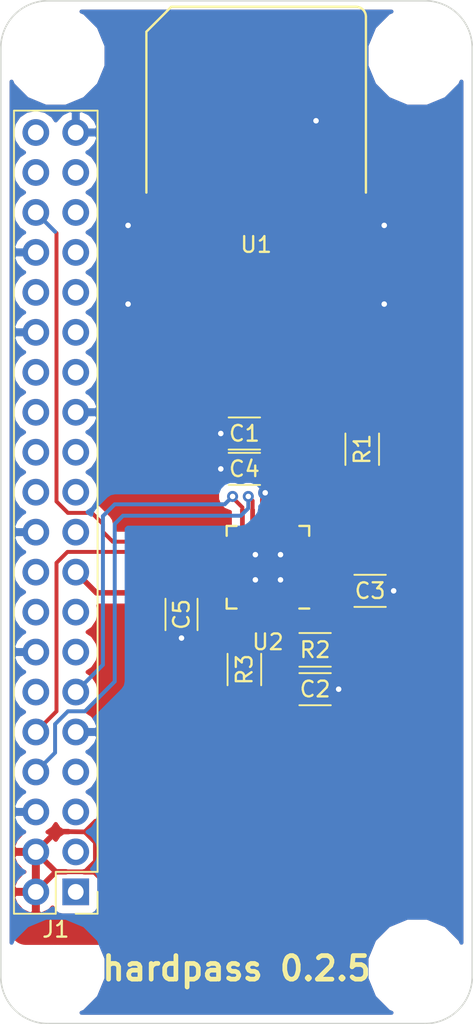
<source format=kicad_pcb>
(kicad_pcb (version 4) (host pcbnew 4.0.7-e2-6376~58~ubuntu16.04.1)

  (general
    (links 46)
    (no_connects 1)
    (area -0.050001 -0.050001 30.050001 65.050001)
    (thickness 1.6)
    (drawings 10)
    (tracks 198)
    (zones 0)
    (modules 16)
    (nets 51)
  )

  (page A4)
  (layers
    (0 F.Cu signal)
    (31 B.Cu signal)
    (32 B.Adhes user)
    (33 F.Adhes user)
    (34 B.Paste user)
    (35 F.Paste user)
    (36 B.SilkS user)
    (37 F.SilkS user)
    (38 B.Mask user)
    (39 F.Mask user)
    (40 Dwgs.User user)
    (41 Cmts.User user)
    (42 Eco1.User user)
    (43 Eco2.User user)
    (44 Edge.Cuts user)
    (45 Margin user)
    (46 B.CrtYd user)
    (47 F.CrtYd user)
    (48 B.Fab user)
    (49 F.Fab user)
  )

  (setup
    (last_trace_width 0.25)
    (trace_clearance 0.25)
    (zone_clearance 0.508)
    (zone_45_only no)
    (trace_min 0.2)
    (segment_width 0.2)
    (edge_width 0.1)
    (via_size 0.7)
    (via_drill 0.35)
    (via_min_size 0.7)
    (via_min_drill 0.3)
    (uvia_size 0.3)
    (uvia_drill 0.1)
    (uvias_allowed no)
    (uvia_min_size 0)
    (uvia_min_drill 0)
    (pcb_text_width 0.3)
    (pcb_text_size 1.5 1.5)
    (mod_edge_width 0.15)
    (mod_text_size 1 1)
    (mod_text_width 0.15)
    (pad_size 1.9 3)
    (pad_drill 0)
    (pad_to_mask_clearance 0)
    (aux_axis_origin 0 0)
    (visible_elements FFFFEF7F)
    (pcbplotparams
      (layerselection 0x00030_80000001)
      (usegerberextensions false)
      (excludeedgelayer true)
      (linewidth 0.100000)
      (plotframeref false)
      (viasonmask false)
      (mode 1)
      (useauxorigin false)
      (hpglpennumber 1)
      (hpglpenspeed 20)
      (hpglpendiameter 15)
      (hpglpenoverlay 2)
      (psnegative false)
      (psa4output false)
      (plotreference true)
      (plotvalue true)
      (plotinvisibletext false)
      (padsonsilk false)
      (subtractmaskfromsilk false)
      (outputformat 1)
      (mirror false)
      (drillshape 1)
      (scaleselection 1)
      (outputdirectory ""))
  )

  (net 0 "")
  (net 1 GND)
  (net 2 +3V3)
  (net 3 "Net-(U2-Pad1)")
  (net 4 "Net-(U2-Pad2)")
  (net 5 "Net-(U2-Pad16)")
  (net 6 "Net-(U2-Pad17)")
  (net 7 "Net-(U2-Pad19)")
  (net 8 "Net-(U2-Pad21)")
  (net 9 +5V)
  (net 10 "Net-(U1-Pad4)")
  (net 11 "Net-(U1-Pad8)")
  (net 12 CARD_TX)
  (net 13 CARD_RX)
  (net 14 "Net-(U1-Pad2)")
  (net 15 "Net-(D1-Pad1)")
  (net 16 CARD_CTS)
  (net 17 CARD_RTS)
  (net 18 "Net-(U1-Pad6)")
  (net 19 "Net-(U1-Pad7)")
  (net 20 "Net-(C1-Pad1)")
  (net 21 "Net-(C2-Pad2)")
  (net 22 "Net-(J1-Pad3)")
  (net 23 "Net-(J1-Pad5)")
  (net 24 "Net-(J1-Pad7)")
  (net 25 "Net-(J1-Pad12)")
  (net 26 "Net-(J1-Pad13)")
  (net 27 "Net-(J1-Pad15)")
  (net 28 "Net-(J1-Pad16)")
  (net 29 "Net-(J1-Pad18)")
  (net 30 "Net-(J1-Pad19)")
  (net 31 "Net-(J1-Pad21)")
  (net 32 "Net-(J1-Pad22)")
  (net 33 "Net-(J1-Pad23)")
  (net 34 "Net-(J1-Pad24)")
  (net 35 "Net-(J1-Pad26)")
  (net 36 "Net-(J1-Pad27)")
  (net 37 "Net-(J1-Pad28)")
  (net 38 "Net-(J1-Pad29)")
  (net 39 "Net-(J1-Pad31)")
  (net 40 "Net-(J1-Pad32)")
  (net 41 "Net-(J1-Pad33)")
  (net 42 "Net-(J1-Pad35)")
  (net 43 "Net-(J1-Pad37)")
  (net 44 "Net-(J1-Pad38)")
  (net 45 "Net-(J1-Pad40)")
  (net 46 "Net-(R1-Pad1)")
  (net 47 "Net-(R1-Pad2)")
  (net 48 "Net-(U2-Pad15)")
  (net 49 "Net-(U2-Pad23)")
  (net 50 "Net-(U2-Pad24)")

  (net_class Default "This is the default net class."
    (clearance 0.25)
    (trace_width 0.25)
    (via_dia 0.7)
    (via_drill 0.35)
    (uvia_dia 0.3)
    (uvia_drill 0.1)
    (add_net CARD_CTS)
    (add_net CARD_RTS)
    (add_net CARD_RX)
    (add_net CARD_TX)
    (add_net "Net-(C1-Pad1)")
    (add_net "Net-(C2-Pad2)")
    (add_net "Net-(D1-Pad1)")
    (add_net "Net-(J1-Pad12)")
    (add_net "Net-(J1-Pad13)")
    (add_net "Net-(J1-Pad15)")
    (add_net "Net-(J1-Pad16)")
    (add_net "Net-(J1-Pad18)")
    (add_net "Net-(J1-Pad19)")
    (add_net "Net-(J1-Pad21)")
    (add_net "Net-(J1-Pad22)")
    (add_net "Net-(J1-Pad23)")
    (add_net "Net-(J1-Pad24)")
    (add_net "Net-(J1-Pad26)")
    (add_net "Net-(J1-Pad27)")
    (add_net "Net-(J1-Pad28)")
    (add_net "Net-(J1-Pad29)")
    (add_net "Net-(J1-Pad3)")
    (add_net "Net-(J1-Pad31)")
    (add_net "Net-(J1-Pad32)")
    (add_net "Net-(J1-Pad33)")
    (add_net "Net-(J1-Pad35)")
    (add_net "Net-(J1-Pad37)")
    (add_net "Net-(J1-Pad38)")
    (add_net "Net-(J1-Pad40)")
    (add_net "Net-(J1-Pad5)")
    (add_net "Net-(J1-Pad7)")
    (add_net "Net-(R1-Pad1)")
    (add_net "Net-(R1-Pad2)")
    (add_net "Net-(U1-Pad2)")
    (add_net "Net-(U1-Pad4)")
    (add_net "Net-(U1-Pad6)")
    (add_net "Net-(U1-Pad7)")
    (add_net "Net-(U1-Pad8)")
    (add_net "Net-(U2-Pad1)")
    (add_net "Net-(U2-Pad15)")
    (add_net "Net-(U2-Pad16)")
    (add_net "Net-(U2-Pad17)")
    (add_net "Net-(U2-Pad19)")
    (add_net "Net-(U2-Pad2)")
    (add_net "Net-(U2-Pad21)")
    (add_net "Net-(U2-Pad23)")
    (add_net "Net-(U2-Pad24)")
  )

  (net_class Power ""
    (clearance 0.25)
    (trace_width 0.35)
    (via_dia 0.9)
    (via_drill 0.35)
    (uvia_dia 0.3)
    (uvia_drill 0.1)
    (add_net +3V3)
    (add_net +5V)
    (add_net GND)
  )

  (module hardpass:Pin_Header_Straight_2x20_Pitch2.54mm_centered (layer F.Cu) (tedit 5A7E3D59) (tstamp 5881237A)
    (at 3.5 32.5 180)
    (descr "Through hole straight pin header, 2x20, 2.54mm pitch, double rows")
    (tags "Through hole pin header THT 2x20 2.54mm double row")
    (path /5A7EF5FD)
    (fp_text reference J1 (at 0 -26.52 180) (layer F.SilkS)
      (effects (font (size 1 1) (thickness 0.15)))
    )
    (fp_text value Raspberry_Pi_2_3 (at 0 26.52 180) (layer F.Fab) hide
      (effects (font (size 1 1) (thickness 0.15)))
    )
    (fp_line (start -2.54 -25.4) (end -2.54 25.4) (layer F.Fab) (width 0.1))
    (fp_line (start -2.54 25.4) (end 2.54 25.4) (layer F.Fab) (width 0.1))
    (fp_line (start 2.54 25.4) (end 2.54 -25.4) (layer F.Fab) (width 0.1))
    (fp_line (start 2.54 -25.4) (end -2.54 -25.4) (layer F.Fab) (width 0.1))
    (fp_line (start -2.66 -22.86) (end -2.66 25.52) (layer F.SilkS) (width 0.12))
    (fp_line (start -2.66 25.52) (end 2.66 25.52) (layer F.SilkS) (width 0.12))
    (fp_line (start 2.66 25.52) (end 2.66 -25.52) (layer F.SilkS) (width 0.12))
    (fp_line (start 2.66 -25.52) (end 0 -25.52) (layer F.SilkS) (width 0.12))
    (fp_line (start 0 -25.52) (end 0 -22.86) (layer F.SilkS) (width 0.12))
    (fp_line (start 0 -22.86) (end -2.66 -22.86) (layer F.SilkS) (width 0.12))
    (fp_line (start -2.66 -24.13) (end -2.66 -25.52) (layer F.SilkS) (width 0.12))
    (fp_line (start -2.66 -25.52) (end -1.27 -25.52) (layer F.SilkS) (width 0.12))
    (fp_line (start -2.87 -25.73) (end -2.87 25.67) (layer F.CrtYd) (width 0.05))
    (fp_line (start -2.87 25.67) (end 2.83 25.67) (layer F.CrtYd) (width 0.05))
    (fp_line (start 2.83 25.67) (end 2.83 -25.73) (layer F.CrtYd) (width 0.05))
    (fp_line (start 2.83 -25.73) (end -2.87 -25.73) (layer F.CrtYd) (width 0.05))
    (pad 1 thru_hole rect (at -1.27 -24.13 180) (size 1.7 1.7) (drill 1) (layers *.Cu *.Mask)
      (net 2 +3V3))
    (pad 2 thru_hole oval (at 1.27 -24.13 180) (size 1.7 1.7) (drill 1) (layers *.Cu *.Mask)
      (net 9 +5V))
    (pad 3 thru_hole oval (at -1.27 -21.59 180) (size 1.7 1.7) (drill 1) (layers *.Cu *.Mask)
      (net 22 "Net-(J1-Pad3)"))
    (pad 4 thru_hole oval (at 1.27 -21.59 180) (size 1.7 1.7) (drill 1) (layers *.Cu *.Mask)
      (net 9 +5V))
    (pad 5 thru_hole oval (at -1.27 -19.05 180) (size 1.7 1.7) (drill 1) (layers *.Cu *.Mask)
      (net 23 "Net-(J1-Pad5)"))
    (pad 6 thru_hole oval (at 1.27 -19.05 180) (size 1.7 1.7) (drill 1) (layers *.Cu *.Mask)
      (net 1 GND))
    (pad 7 thru_hole oval (at -1.27 -16.51 180) (size 1.7 1.7) (drill 1) (layers *.Cu *.Mask)
      (net 24 "Net-(J1-Pad7)"))
    (pad 8 thru_hole oval (at 1.27 -16.51 180) (size 1.7 1.7) (drill 1) (layers *.Cu *.Mask)
      (net 13 CARD_RX))
    (pad 9 thru_hole oval (at -1.27 -13.97 180) (size 1.7 1.7) (drill 1) (layers *.Cu *.Mask)
      (net 1 GND))
    (pad 10 thru_hole oval (at 1.27 -13.97 180) (size 1.7 1.7) (drill 1) (layers *.Cu *.Mask)
      (net 12 CARD_TX))
    (pad 11 thru_hole oval (at -1.27 -11.43 180) (size 1.7 1.7) (drill 1) (layers *.Cu *.Mask)
      (net 16 CARD_CTS))
    (pad 12 thru_hole oval (at 1.27 -11.43 180) (size 1.7 1.7) (drill 1) (layers *.Cu *.Mask)
      (net 25 "Net-(J1-Pad12)"))
    (pad 13 thru_hole oval (at -1.27 -8.89 180) (size 1.7 1.7) (drill 1) (layers *.Cu *.Mask)
      (net 26 "Net-(J1-Pad13)"))
    (pad 14 thru_hole oval (at 1.27 -8.89 180) (size 1.7 1.7) (drill 1) (layers *.Cu *.Mask)
      (net 1 GND))
    (pad 15 thru_hole oval (at -1.27 -6.35 180) (size 1.7 1.7) (drill 1) (layers *.Cu *.Mask)
      (net 27 "Net-(J1-Pad15)"))
    (pad 16 thru_hole oval (at 1.27 -6.35 180) (size 1.7 1.7) (drill 1) (layers *.Cu *.Mask)
      (net 28 "Net-(J1-Pad16)"))
    (pad 17 thru_hole oval (at -1.27 -3.81 180) (size 1.7 1.7) (drill 1) (layers *.Cu *.Mask)
      (net 2 +3V3))
    (pad 18 thru_hole oval (at 1.27 -3.81 180) (size 1.7 1.7) (drill 1) (layers *.Cu *.Mask)
      (net 29 "Net-(J1-Pad18)"))
    (pad 19 thru_hole oval (at -1.27 -1.27 180) (size 1.7 1.7) (drill 1) (layers *.Cu *.Mask)
      (net 30 "Net-(J1-Pad19)"))
    (pad 20 thru_hole oval (at 1.27 -1.27 180) (size 1.7 1.7) (drill 1) (layers *.Cu *.Mask)
      (net 1 GND))
    (pad 21 thru_hole oval (at -1.27 1.27 180) (size 1.7 1.7) (drill 1) (layers *.Cu *.Mask)
      (net 31 "Net-(J1-Pad21)"))
    (pad 22 thru_hole oval (at 1.27 1.27 180) (size 1.7 1.7) (drill 1) (layers *.Cu *.Mask)
      (net 32 "Net-(J1-Pad22)"))
    (pad 23 thru_hole oval (at -1.27 3.81 180) (size 1.7 1.7) (drill 1) (layers *.Cu *.Mask)
      (net 33 "Net-(J1-Pad23)"))
    (pad 24 thru_hole oval (at 1.27 3.81 180) (size 1.7 1.7) (drill 1) (layers *.Cu *.Mask)
      (net 34 "Net-(J1-Pad24)"))
    (pad 25 thru_hole oval (at -1.27 6.35 180) (size 1.7 1.7) (drill 1) (layers *.Cu *.Mask)
      (net 1 GND))
    (pad 26 thru_hole oval (at 1.27 6.35 180) (size 1.7 1.7) (drill 1) (layers *.Cu *.Mask)
      (net 35 "Net-(J1-Pad26)"))
    (pad 27 thru_hole oval (at -1.27 8.89 180) (size 1.7 1.7) (drill 1) (layers *.Cu *.Mask)
      (net 36 "Net-(J1-Pad27)"))
    (pad 28 thru_hole oval (at 1.27 8.89 180) (size 1.7 1.7) (drill 1) (layers *.Cu *.Mask)
      (net 37 "Net-(J1-Pad28)"))
    (pad 29 thru_hole oval (at -1.27 11.43 180) (size 1.7 1.7) (drill 1) (layers *.Cu *.Mask)
      (net 38 "Net-(J1-Pad29)"))
    (pad 30 thru_hole oval (at 1.27 11.43 180) (size 1.7 1.7) (drill 1) (layers *.Cu *.Mask)
      (net 1 GND))
    (pad 31 thru_hole oval (at -1.27 13.97 180) (size 1.7 1.7) (drill 1) (layers *.Cu *.Mask)
      (net 39 "Net-(J1-Pad31)"))
    (pad 32 thru_hole oval (at 1.27 13.97 180) (size 1.7 1.7) (drill 1) (layers *.Cu *.Mask)
      (net 40 "Net-(J1-Pad32)"))
    (pad 33 thru_hole oval (at -1.27 16.51 180) (size 1.7 1.7) (drill 1) (layers *.Cu *.Mask)
      (net 41 "Net-(J1-Pad33)"))
    (pad 34 thru_hole oval (at 1.27 16.51 180) (size 1.7 1.7) (drill 1) (layers *.Cu *.Mask)
      (net 1 GND))
    (pad 35 thru_hole oval (at -1.27 19.05 180) (size 1.7 1.7) (drill 1) (layers *.Cu *.Mask)
      (net 42 "Net-(J1-Pad35)"))
    (pad 36 thru_hole oval (at 1.27 19.05 180) (size 1.7 1.7) (drill 1) (layers *.Cu *.Mask)
      (net 17 CARD_RTS))
    (pad 37 thru_hole oval (at -1.27 21.59 180) (size 1.7 1.7) (drill 1) (layers *.Cu *.Mask)
      (net 43 "Net-(J1-Pad37)"))
    (pad 38 thru_hole oval (at 1.27 21.59 180) (size 1.7 1.7) (drill 1) (layers *.Cu *.Mask)
      (net 44 "Net-(J1-Pad38)"))
    (pad 39 thru_hole oval (at -1.27 24.13 180) (size 1.7 1.7) (drill 1) (layers *.Cu *.Mask)
      (net 1 GND))
    (pad 40 thru_hole oval (at 1.27 24.13 180) (size 1.7 1.7) (drill 1) (layers *.Cu *.Mask)
      (net 45 "Net-(J1-Pad40)"))
    (model DISABLE__Pin_Headers.3dshapes/Pin_Header_Straight_2x20_Pitch2.54mm.wrl
      (at (xyz 0.05 -0.95 0))
      (scale (xyz 1 1 1))
      (rotate (xyz 0 0 90))
    )
  )

  (module hardpass:Symbol_GNU-Logo_MaskTop (layer B.Cu) (tedit 58D30F84) (tstamp 58D41C5D)
    (at 15 21.25 180)
    (descr "GNU-Logo, GNU-Head, GNU-Kopf, Copper Top,")
    (tags "GNU-Logo, GNU-Head, GNU-Kopf, Copper Top,")
    (fp_text reference REF** (at 0 6.05028 180) (layer B.SilkS) hide
      (effects (font (size 1 1) (thickness 0.15)) (justify mirror))
    )
    (fp_text value Symbol_GNU-Logo_MaskTop (at 0 -9.14908 180) (layer B.Fab) hide
      (effects (font (size 1 1) (thickness 0.15)) (justify mirror))
    )
    (fp_line (start 5.19938 -5.25018) (end 5.19938 -6.85038) (layer B.Mask) (width 0.381))
    (fp_line (start 5.19938 -6.85038) (end 5.90042 -6.85038) (layer B.Mask) (width 0.381))
    (fp_line (start 3.64998 -6.79958) (end 3.64998 -5.34924) (layer B.Mask) (width 0.381))
    (fp_line (start 3.64998 -5.34924) (end 4.20116 -5.30098) (layer B.Mask) (width 0.381))
    (fp_line (start 4.20116 -5.30098) (end 4.45008 -5.4991) (layer B.Mask) (width 0.381))
    (fp_line (start 4.45008 -5.4991) (end 4.54914 -5.90042) (layer B.Mask) (width 0.381))
    (fp_line (start 4.54914 -5.90042) (end 4.24942 -6.05028) (layer B.Mask) (width 0.381))
    (fp_line (start 4.24942 -6.05028) (end 3.74904 -5.99948) (layer B.Mask) (width 0.381))
    (fp_line (start 2.94894 -5.40004) (end 2.70002 -5.30098) (layer B.Mask) (width 0.381))
    (fp_line (start 2.70002 -5.30098) (end 2.4003 -5.34924) (layer B.Mask) (width 0.381))
    (fp_line (start 2.4003 -5.34924) (end 2.10058 -5.69976) (layer B.Mask) (width 0.381))
    (fp_line (start 2.10058 -5.69976) (end 2.04978 -6.20014) (layer B.Mask) (width 0.381))
    (fp_line (start 2.04978 -6.20014) (end 2.19964 -6.64972) (layer B.Mask) (width 0.381))
    (fp_line (start 2.19964 -6.64972) (end 2.55016 -6.79958) (layer B.Mask) (width 0.381))
    (fp_line (start 2.55016 -6.79958) (end 2.99974 -6.70052) (layer B.Mask) (width 0.381))
    (fp_line (start 2.99974 -6.70052) (end 2.99974 -6.20014) (layer B.Mask) (width 0.381))
    (fp_line (start 2.99974 -6.20014) (end 2.70002 -6.20014) (layer B.Mask) (width 0.381))
    (fp_line (start -3.2512 -5.34924) (end -3.2512 -6.49986) (layer B.Mask) (width 0.381))
    (fp_line (start -3.2512 -6.49986) (end -3.0988 -6.74878) (layer B.Mask) (width 0.381))
    (fp_line (start -3.0988 -6.74878) (end -2.75082 -6.90118) (layer B.Mask) (width 0.381))
    (fp_line (start -2.75082 -6.90118) (end -2.4511 -6.74878) (layer B.Mask) (width 0.381))
    (fp_line (start -2.4511 -6.74878) (end -2.3495 -6.44906) (layer B.Mask) (width 0.381))
    (fp_line (start -2.3495 -6.44906) (end -2.3495 -5.34924) (layer B.Mask) (width 0.381))
    (fp_line (start -4.8006 -6.90118) (end -4.8006 -5.34924) (layer B.Mask) (width 0.381))
    (fp_line (start -4.8006 -5.34924) (end -3.9497 -6.85038) (layer B.Mask) (width 0.381))
    (fp_line (start -3.9497 -6.85038) (end -3.9497 -5.34924) (layer B.Mask) (width 0.381))
    (fp_line (start -5.5499 -5.40004) (end -5.75056 -5.30098) (layer B.Mask) (width 0.381))
    (fp_line (start -5.75056 -5.30098) (end -6.20014 -5.45084) (layer B.Mask) (width 0.381))
    (fp_line (start -6.20014 -5.45084) (end -6.4008 -5.84962) (layer B.Mask) (width 0.381))
    (fp_line (start -6.4008 -5.84962) (end -6.4008 -6.2992) (layer B.Mask) (width 0.381))
    (fp_line (start -6.4008 -6.2992) (end -6.25094 -6.70052) (layer B.Mask) (width 0.381))
    (fp_line (start -6.25094 -6.70052) (end -5.95122 -6.85038) (layer B.Mask) (width 0.381))
    (fp_line (start -5.95122 -6.85038) (end -5.5499 -6.85038) (layer B.Mask) (width 0.381))
    (fp_line (start -5.5499 -6.85038) (end -5.4991 -6.2992) (layer B.Mask) (width 0.381))
    (fp_line (start -5.4991 -6.2992) (end -5.75056 -6.20014) (layer B.Mask) (width 0.381))
    (fp_line (start -2.75082 1.15062) (end -3.74904 0.35052) (layer B.Mask) (width 0.381))
    (fp_line (start -3.74904 0.35052) (end -3.29946 1.50114) (layer B.Mask) (width 0.381))
    (fp_line (start -3.29946 1.50114) (end -4.24942 0.70104) (layer B.Mask) (width 0.381))
    (fp_line (start -4.24942 0.70104) (end -3.55092 1.99898) (layer B.Mask) (width 0.381))
    (fp_line (start -3.55092 1.99898) (end -4.59994 1.34874) (layer B.Mask) (width 0.381))
    (fp_line (start -4.59994 1.34874) (end -4.699 1.80086) (layer B.Mask) (width 0.381))
    (fp_line (start -4.699 1.80086) (end -3.40106 2.14884) (layer B.Mask) (width 0.381))
    (fp_line (start -3.40106 2.14884) (end -4.54914 2.4003) (layer B.Mask) (width 0.381))
    (fp_line (start -4.54914 2.4003) (end -3.29946 2.79908) (layer B.Mask) (width 0.381))
    (fp_line (start -3.29946 2.79908) (end -3.79984 3.29946) (layer B.Mask) (width 0.381))
    (fp_line (start -3.79984 3.29946) (end -2.75082 3.05054) (layer B.Mask) (width 0.381))
    (fp_line (start -2.75082 3.05054) (end -2.79908 3.70078) (layer B.Mask) (width 0.381))
    (fp_line (start -2.79908 3.70078) (end -1.69926 3.2004) (layer B.Mask) (width 0.381))
    (fp_line (start 0.7493 1.99898) (end 1.39954 1.80086) (layer B.Mask) (width 0.381))
    (fp_line (start 1.39954 1.80086) (end 1.80086 1.6002) (layer B.Mask) (width 0.381))
    (fp_line (start 1.80086 1.6002) (end 3.0988 0.7493) (layer B.Mask) (width 0.381))
    (fp_line (start 3.0988 0.7493) (end 2.84988 1.84912) (layer B.Mask) (width 0.381))
    (fp_line (start 2.84988 1.84912) (end 3.59918 1.15062) (layer B.Mask) (width 0.381))
    (fp_line (start 3.59918 1.15062) (end 3.1496 2.25044) (layer B.Mask) (width 0.381))
    (fp_line (start 3.1496 2.25044) (end 4.15036 1.99898) (layer B.Mask) (width 0.381))
    (fp_line (start 4.15036 1.99898) (end 2.90068 2.70002) (layer B.Mask) (width 0.381))
    (fp_line (start 2.90068 2.70002) (end 4.04876 3.1496) (layer B.Mask) (width 0.381))
    (fp_line (start 4.04876 3.1496) (end 2.30124 2.94894) (layer B.Mask) (width 0.381))
    (fp_line (start 2.30124 2.94894) (end 2.79908 3.64998) (layer B.Mask) (width 0.381))
    (fp_line (start 2.79908 3.64998) (end 1.651 2.94894) (layer B.Mask) (width 0.381))
    (fp_line (start 0.8509 2.30124) (end 1.09982 2.25044) (layer B.Mask) (width 0.381))
    (fp_line (start -2.04978 1.5494) (end -1.5494 1.84912) (layer B.Mask) (width 0.381))
    (fp_line (start -1.5494 1.84912) (end -0.8001 2.19964) (layer B.Mask) (width 0.381))
    (fp_line (start -0.8001 2.19964) (end -0.44958 2.19964) (layer B.Mask) (width 0.381))
    (fp_line (start -1.84912 -4.0005) (end -2.10058 -3.79984) (layer B.Mask) (width 0.381))
    (fp_line (start -2.10058 -3.79984) (end -2.25044 -3.59918) (layer B.Mask) (width 0.381))
    (fp_line (start -2.25044 -3.59918) (end -2.49936 -3.35026) (layer B.Mask) (width 0.381))
    (fp_line (start -2.49936 -3.35026) (end -2.55016 -3.05054) (layer B.Mask) (width 0.381))
    (fp_line (start -2.55016 -3.05054) (end -2.64922 -2.64922) (layer B.Mask) (width 0.381))
    (fp_line (start -2.64922 -2.64922) (end -2.70002 -2.25044) (layer B.Mask) (width 0.381))
    (fp_line (start -2.70002 -2.25044) (end -2.75082 -1.84912) (layer B.Mask) (width 0.381))
    (fp_line (start -2.75082 -1.84912) (end -2.75082 -1.34874) (layer B.Mask) (width 0.381))
    (fp_line (start -2.75082 -1.34874) (end -2.75082 -0.8509) (layer B.Mask) (width 0.381))
    (fp_line (start -1.75006 -4.0005) (end -1.5494 -3.9497) (layer B.Mask) (width 0.381))
    (fp_line (start -2.19964 -0.8509) (end -1.89992 -1.30048) (layer B.Mask) (width 0.381))
    (fp_line (start -1.89992 -1.30048) (end -1.99898 -1.75006) (layer B.Mask) (width 0.381))
    (fp_line (start -1.99898 -1.75006) (end -1.5494 -2.04978) (layer B.Mask) (width 0.381))
    (fp_line (start -1.5494 -2.04978) (end -1.75006 -2.70002) (layer B.Mask) (width 0.381))
    (fp_line (start -1.75006 -2.70002) (end -1.19888 -3.0988) (layer B.Mask) (width 0.381))
    (fp_line (start -1.19888 -3.0988) (end -1.39954 -3.79984) (layer B.Mask) (width 0.381))
    (fp_line (start -1.39954 -3.79984) (end -0.8509 -4.24942) (layer B.Mask) (width 0.381))
    (fp_line (start -0.59944 -5.99948) (end -0.65024 -6.10108) (layer B.Mask) (width 0.381))
    (fp_line (start -0.89916 -4.35102) (end -0.70104 -4.7498) (layer B.Mask) (width 0.381))
    (fp_line (start -0.70104 -4.7498) (end -0.59944 -5.04952) (layer B.Mask) (width 0.381))
    (fp_line (start -0.59944 -5.04952) (end -1.00076 -5.15112) (layer B.Mask) (width 0.381))
    (fp_line (start -1.00076 -5.15112) (end -0.65024 -5.4991) (layer B.Mask) (width 0.381))
    (fp_line (start -0.65024 -5.4991) (end -0.70104 -5.79882) (layer B.Mask) (width 0.381))
    (fp_line (start -0.70104 -5.79882) (end -0.65024 -5.95122) (layer B.Mask) (width 0.381))
    (fp_line (start -0.14986 -3.70078) (end -0.29972 -4.09956) (layer B.Mask) (width 0.381))
    (fp_line (start -0.29972 -4.09956) (end -0.20066 -4.30022) (layer B.Mask) (width 0.381))
    (fp_line (start -0.20066 -4.30022) (end 0.0508 -4.50088) (layer B.Mask) (width 0.381))
    (fp_line (start 0.0508 -4.50088) (end 0.20066 -4.699) (layer B.Mask) (width 0.381))
    (fp_line (start 0.20066 -4.699) (end 0.14986 -5.00126) (layer B.Mask) (width 0.381))
    (fp_line (start 0.14986 -5.00126) (end 0.09906 -5.19938) (layer B.Mask) (width 0.381))
    (fp_line (start 0.09906 -5.19938) (end 0.14986 -5.75056) (layer B.Mask) (width 0.381))
    (fp_line (start 0.14986 -5.75056) (end 0.35052 -5.95122) (layer B.Mask) (width 0.381))
    (fp_line (start 0.44958 -3.29946) (end 0.24892 -3.74904) (layer B.Mask) (width 0.381))
    (fp_line (start 0.24892 -3.74904) (end 0.55118 -4.04876) (layer B.Mask) (width 0.381))
    (fp_line (start 0.55118 -4.04876) (end 0.94996 -4.24942) (layer B.Mask) (width 0.381))
    (fp_line (start 0.94996 -4.24942) (end 0.89916 -4.699) (layer B.Mask) (width 0.381))
    (fp_line (start 0.89916 -4.699) (end 0.7493 -5.10032) (layer B.Mask) (width 0.381))
    (fp_line (start 0.7493 -5.10032) (end 0.89916 -5.34924) (layer B.Mask) (width 0.381))
    (fp_line (start 1.30048 -4.89966) (end 1.34874 -4.89966) (layer B.Mask) (width 0.381))
    (fp_line (start 1.24968 -2.94894) (end 1.50114 -3.05054) (layer B.Mask) (width 0.381))
    (fp_line (start 1.50114 -3.05054) (end 1.75006 -3.05054) (layer B.Mask) (width 0.381))
    (fp_line (start 1.75006 -3.05054) (end 1.5494 -3.0988) (layer B.Mask) (width 0.381))
    (fp_line (start 1.5494 -3.0988) (end 1.00076 -3.2004) (layer B.Mask) (width 0.381))
    (fp_line (start 1.00076 -3.2004) (end 0.94996 -3.35026) (layer B.Mask) (width 0.381))
    (fp_line (start 0.94996 -3.35026) (end 1.00076 -3.55092) (layer B.Mask) (width 0.381))
    (fp_line (start 1.00076 -3.55092) (end 1.19888 -3.74904) (layer B.Mask) (width 0.381))
    (fp_line (start 1.19888 -3.74904) (end 1.45034 -3.9497) (layer B.Mask) (width 0.381))
    (fp_line (start 1.45034 -3.9497) (end 1.5494 -4.30022) (layer B.Mask) (width 0.381))
    (fp_line (start 1.5494 -4.30022) (end 1.45034 -4.59994) (layer B.Mask) (width 0.381))
    (fp_line (start 1.45034 -4.59994) (end 1.30048 -4.89966) (layer B.Mask) (width 0.381))
    (fp_line (start 0.59944 -2.64922) (end 1.00076 -2.90068) (layer B.Mask) (width 0.381))
    (fp_line (start 1.00076 -2.90068) (end 1.24968 -2.90068) (layer B.Mask) (width 0.381))
    (fp_line (start 1.80086 -2.55016) (end 1.19888 -2.64922) (layer B.Mask) (width 0.381))
    (fp_line (start 1.19888 -2.64922) (end 0.7493 -2.60096) (layer B.Mask) (width 0.381))
    (fp_line (start 0.7493 -2.60096) (end 0.24892 -2.55016) (layer B.Mask) (width 0.381))
    (fp_line (start 0.24892 -2.55016) (end -0.20066 -2.4003) (layer B.Mask) (width 0.381))
    (fp_line (start -0.20066 -2.4003) (end -0.35052 -2.19964) (layer B.Mask) (width 0.381))
    (fp_line (start -0.35052 -2.19964) (end -0.55118 -1.84912) (layer B.Mask) (width 0.381))
    (fp_line (start -0.55118 -1.84912) (end -0.70104 -1.34874) (layer B.Mask) (width 0.381))
    (fp_line (start -0.70104 -1.34874) (end -0.8509 -1.09982) (layer B.Mask) (width 0.381))
    (fp_line (start -0.8509 -1.09982) (end -1.15062 -1.04902) (layer B.Mask) (width 0.381))
    (fp_line (start 1.80086 -1.84912) (end 1.651 -1.84912) (layer B.Mask) (width 0.381))
    (fp_line (start 1.651 -1.84912) (end 1.24968 -1.95072) (layer B.Mask) (width 0.381))
    (fp_line (start 1.24968 -1.95072) (end 1.39954 -2.30124) (layer B.Mask) (width 0.381))
    (fp_line (start 1.39954 -2.30124) (end 1.75006 -2.49936) (layer B.Mask) (width 0.381))
    (fp_line (start 1.75006 0) (end 1.69926 -0.65024) (layer B.Mask) (width 0.381))
    (fp_line (start 1.00076 -0.50038) (end 1.09982 -0.65024) (layer B.Mask) (width 0.381))
    (fp_line (start 1.09982 -0.65024) (end 1.24968 -0.8001) (layer B.Mask) (width 0.381))
    (fp_line (start 1.24968 -0.8001) (end 1.39954 -0.8001) (layer B.Mask) (width 0.381))
    (fp_line (start 1.39954 -0.8001) (end 1.6002 -0.70104) (layer B.Mask) (width 0.381))
    (fp_line (start 1.6002 -0.70104) (end 1.80086 -0.70104) (layer B.Mask) (width 0.381))
    (fp_line (start 0.8509 -0.44958) (end 0.55118 -0.29972) (layer B.Mask) (width 0.381))
    (fp_line (start 0.55118 -0.29972) (end 0.24892 -0.29972) (layer B.Mask) (width 0.381))
    (fp_line (start 0.24892 -0.29972) (end 0.09906 -0.29972) (layer B.Mask) (width 0.381))
    (fp_line (start 0.09906 -0.29972) (end -0.09906 -0.39878) (layer B.Mask) (width 0.381))
    (fp_line (start -0.09906 -0.39878) (end -0.29972 -0.44958) (layer B.Mask) (width 0.381))
    (fp_line (start 0.65024 0.55118) (end 0.70104 0.09906) (layer B.Mask) (width 0.381))
    (fp_line (start 0.70104 0.09906) (end 0.8509 -0.29972) (layer B.Mask) (width 0.381))
    (fp_line (start 0.8509 -0.29972) (end 0.94996 -0.44958) (layer B.Mask) (width 0.381))
    (fp_line (start 1.75006 -1.24968) (end 1.651 -1.39954) (layer B.Mask) (width 0.381))
    (fp_line (start 0.89916 -1.15062) (end 0.44958 -0.8001) (layer B.Mask) (width 0.381))
    (fp_line (start 0.44958 -0.8001) (end 0.0508 -0.94996) (layer B.Mask) (width 0.381))
    (fp_line (start 0.0508 -0.94996) (end 0.09906 -1.34874) (layer B.Mask) (width 0.381))
    (fp_line (start 0.09906 -1.34874) (end 0.35052 -1.50114) (layer B.Mask) (width 0.381))
    (fp_line (start 0.35052 -1.50114) (end 0.65024 -1.50114) (layer B.Mask) (width 0.381))
    (fp_line (start 0.65024 -1.50114) (end 0.7493 -1.39954) (layer B.Mask) (width 0.381))
    (fp_line (start 0.7493 -1.39954) (end 0.89916 -1.15062) (layer B.Mask) (width 0.381))
    (fp_line (start 1.19888 0.59944) (end 1.34874 0.94996) (layer B.Mask) (width 0.381))
    (fp_line (start 1.34874 0.94996) (end 1.75006 0.8509) (layer B.Mask) (width 0.381))
    (fp_line (start 1.75006 0.8509) (end 1.84912 0.65024) (layer B.Mask) (width 0.381))
    (fp_line (start 1.84912 0.65024) (end 1.75006 0.39878) (layer B.Mask) (width 0.381))
    (fp_line (start 1.75006 0.39878) (end 1.30048 0.50038) (layer B.Mask) (width 0.381))
    (fp_line (start 0.0508 0.44958) (end -0.29972 0.59944) (layer B.Mask) (width 0.381))
    (fp_line (start -0.29972 0.59944) (end -0.7493 0.70104) (layer B.Mask) (width 0.381))
    (fp_line (start -0.7493 0.70104) (end -1.00076 0.44958) (layer B.Mask) (width 0.381))
    (fp_line (start -1.00076 0.44958) (end -0.8001 0.20066) (layer B.Mask) (width 0.381))
    (fp_line (start -0.8001 0.20066) (end -0.39878 0.20066) (layer B.Mask) (width 0.381))
    (fp_line (start -0.39878 0.20066) (end 0 0.39878) (layer B.Mask) (width 0.381))
    (fp_line (start 0 1.5494) (end 0.39878 1.69926) (layer B.Mask) (width 0.381))
    (fp_line (start 0.39878 1.69926) (end 0.65024 2.04978) (layer B.Mask) (width 0.381))
    (fp_line (start -2.99974 0.24892) (end -2.99974 -0.35052) (layer B.Mask) (width 0.381))
    (fp_line (start -2.99974 -0.35052) (end -3.50012 -1.09982) (layer B.Mask) (width 0.381))
    (fp_line (start -3.50012 -1.09982) (end -2.10058 -0.55118) (layer B.Mask) (width 0.381))
    (fp_line (start -2.10058 -0.55118) (end -1.6002 -0.20066) (layer B.Mask) (width 0.381))
    (fp_line (start -1.6002 -0.20066) (end -1.45034 0.7493) (layer B.Mask) (width 0.381))
    (fp_line (start 0 0.7493) (end -0.8509 1.30048) (layer B.Mask) (width 0.381))
    (fp_line (start 1.09982 3.50012) (end 1.5494 2.90068) (layer B.Mask) (width 0.381))
    (fp_line (start 1.5494 2.90068) (end 1.89992 2.79908) (layer B.Mask) (width 0.381))
    (fp_line (start 1.89992 2.79908) (end 2.3495 2.79908) (layer B.Mask) (width 0.381))
    (fp_line (start 2.3495 2.79908) (end 2.70002 2.75082) (layer B.Mask) (width 0.381))
    (fp_line (start 2.70002 2.75082) (end 2.90068 2.3495) (layer B.Mask) (width 0.381))
    (fp_line (start 2.90068 2.3495) (end 2.94894 2.04978) (layer B.Mask) (width 0.381))
    (fp_line (start 2.94894 2.04978) (end 2.64922 1.80086) (layer B.Mask) (width 0.381))
    (fp_line (start 2.64922 1.80086) (end 2.3495 1.75006) (layer B.Mask) (width 0.381))
    (fp_line (start 2.3495 1.75006) (end 1.99898 1.89992) (layer B.Mask) (width 0.381))
    (fp_line (start 1.99898 1.89992) (end 1.5494 2.19964) (layer B.Mask) (width 0.381))
    (fp_line (start 1.5494 2.19964) (end 1.30048 2.4003) (layer B.Mask) (width 0.381))
    (fp_line (start 1.30048 2.4003) (end 1.00076 2.55016) (layer B.Mask) (width 0.381))
    (fp_line (start 1.00076 2.55016) (end 0.59944 2.55016) (layer B.Mask) (width 0.381))
    (fp_line (start 0.59944 2.55016) (end 0.09906 2.30124) (layer B.Mask) (width 0.381))
    (fp_line (start 0.09906 2.30124) (end -0.09906 2.3495) (layer B.Mask) (width 0.381))
    (fp_line (start -0.09906 2.3495) (end -0.39878 2.49936) (layer B.Mask) (width 0.381))
    (fp_line (start -0.39878 2.49936) (end -0.89916 2.60096) (layer B.Mask) (width 0.381))
    (fp_line (start -0.89916 2.60096) (end -1.39954 2.55016) (layer B.Mask) (width 0.381))
    (fp_line (start -1.39954 2.55016) (end -1.99898 2.14884) (layer B.Mask) (width 0.381))
    (fp_line (start -1.99898 2.14884) (end -2.4511 1.69926) (layer B.Mask) (width 0.381))
    (fp_line (start -2.4511 1.69926) (end -2.79908 1.30048) (layer B.Mask) (width 0.381))
    (fp_line (start -2.79908 1.30048) (end -3.2512 1.45034) (layer B.Mask) (width 0.381))
    (fp_line (start -3.2512 1.45034) (end -3.44932 1.95072) (layer B.Mask) (width 0.381))
    (fp_line (start -3.44932 1.95072) (end -3.35026 2.60096) (layer B.Mask) (width 0.381))
    (fp_line (start -3.35026 2.60096) (end -3.05054 2.84988) (layer B.Mask) (width 0.381))
    (fp_line (start -3.05054 2.84988) (end -2.60096 2.99974) (layer B.Mask) (width 0.381))
    (fp_line (start -2.60096 2.99974) (end -1.95072 3.1496) (layer B.Mask) (width 0.381))
    (fp_line (start -1.95072 3.1496) (end -1.6002 3.0988) (layer B.Mask) (width 0.381))
    (fp_line (start -1.6002 3.0988) (end -1.04902 3.35026) (layer B.Mask) (width 0.381))
    (fp_line (start -1.04902 3.35026) (end -0.8509 3.70078) (layer B.Mask) (width 0.381))
    (fp_line (start -0.8509 3.70078) (end -1.24968 3.55092) (layer B.Mask) (width 0.381))
    (fp_line (start -1.24968 3.55092) (end -1.89992 3.59918) (layer B.Mask) (width 0.381))
    (fp_line (start -1.89992 3.59918) (end -2.84988 3.74904) (layer B.Mask) (width 0.381))
    (fp_line (start -2.84988 3.74904) (end -3.2512 3.70078) (layer B.Mask) (width 0.381))
    (fp_line (start -3.2512 3.70078) (end -3.59918 3.55092) (layer B.Mask) (width 0.381))
    (fp_line (start -3.59918 3.55092) (end -4.20116 3.1496) (layer B.Mask) (width 0.381))
    (fp_line (start -4.20116 3.1496) (end -4.65074 2.3495) (layer B.Mask) (width 0.381))
    (fp_line (start -4.65074 2.3495) (end -4.7498 1.651) (layer B.Mask) (width 0.381))
    (fp_line (start -4.7498 1.651) (end -4.45008 0.7493) (layer B.Mask) (width 0.381))
    (fp_line (start -4.45008 0.7493) (end -3.8989 0.24892) (layer B.Mask) (width 0.381))
    (fp_line (start -3.8989 0.24892) (end -3.2512 0) (layer B.Mask) (width 0.381))
    (fp_line (start -3.2512 0) (end -2.49936 1.19888) (layer B.Mask) (width 0.381))
    (fp_line (start -2.49936 1.19888) (end -1.80086 1.84912) (layer B.Mask) (width 0.381))
    (fp_line (start -1.80086 1.84912) (end -1.19888 2.30124) (layer B.Mask) (width 0.381))
    (fp_line (start -1.19888 2.30124) (end -0.65024 2.3495) (layer B.Mask) (width 0.381))
    (fp_line (start -0.65024 2.3495) (end -0.20066 2.14884) (layer B.Mask) (width 0.381))
    (fp_line (start -0.20066 2.14884) (end 0.20066 2.04978) (layer B.Mask) (width 0.381))
    (fp_line (start 0.20066 2.04978) (end 0.65024 2.19964) (layer B.Mask) (width 0.381))
    (fp_line (start 0.65024 2.19964) (end 1.09982 2.10058) (layer B.Mask) (width 0.381))
    (fp_line (start 1.09982 2.10058) (end 1.69926 1.80086) (layer B.Mask) (width 0.381))
    (fp_line (start 1.69926 1.80086) (end 1.89992 1.5494) (layer B.Mask) (width 0.381))
    (fp_line (start 1.89992 1.5494) (end 2.60096 0.44958) (layer B.Mask) (width 0.381))
    (fp_line (start 2.60096 0.44958) (end 2.90068 -0.20066) (layer B.Mask) (width 0.381))
    (fp_line (start 2.90068 -0.20066) (end 2.30124 -0.29972) (layer B.Mask) (width 0.381))
    (fp_line (start 2.30124 -0.29972) (end 1.84912 0.09906) (layer B.Mask) (width 0.381))
    (fp_line (start 1.75006 -0.70104) (end 2.14884 -0.70104) (layer B.Mask) (width 0.381))
    (fp_line (start 2.14884 -0.70104) (end 2.30124 -0.8509) (layer B.Mask) (width 0.381))
    (fp_line (start 2.30124 -0.8509) (end 1.80086 -1.84912) (layer B.Mask) (width 0.381))
    (fp_line (start 1.15062 3.59918) (end 1.75006 3.35026) (layer B.Mask) (width 0.381))
    (fp_line (start 1.75006 3.35026) (end 2.19964 3.44932) (layer B.Mask) (width 0.381))
    (fp_line (start 2.19964 3.44932) (end 2.70002 3.70078) (layer B.Mask) (width 0.381))
    (fp_line (start 2.70002 3.70078) (end 3.1496 3.74904) (layer B.Mask) (width 0.381))
    (fp_line (start 3.1496 3.74904) (end 3.59918 3.50012) (layer B.Mask) (width 0.381))
    (fp_line (start 3.59918 3.50012) (end 4.04876 3.2004) (layer B.Mask) (width 0.381))
    (fp_line (start 4.04876 3.2004) (end 4.24942 2.64922) (layer B.Mask) (width 0.381))
    (fp_line (start 4.24942 2.64922) (end 4.24942 2.19964) (layer B.Mask) (width 0.381))
    (fp_line (start 4.24942 2.19964) (end 4.15036 1.80086) (layer B.Mask) (width 0.381))
    (fp_line (start 4.15036 1.80086) (end 3.8989 1.24968) (layer B.Mask) (width 0.381))
    (fp_line (start 3.8989 1.24968) (end 3.44932 0.8509) (layer B.Mask) (width 0.381))
    (fp_line (start 3.44932 0.8509) (end 2.90068 0.44958) (layer B.Mask) (width 0.381))
  )

  (module hardpass:CAF99-08153-S132 (layer F.Cu) (tedit 5A7E3FFB) (tstamp 5880EB98)
    (at 16.25 16 180)
    (path /58821579)
    (fp_text reference U1 (at 0 0.5 180) (layer F.SilkS)
      (effects (font (size 1 1) (thickness 0.15)))
    )
    (fp_text value ISO7816 (at 0 -0.5 180) (layer F.Fab)
      (effects (font (size 1 1) (thickness 0.15)))
    )
    (fp_line (start 5.3975 15.621) (end 6.986269 14.032231) (layer F.SilkS) (width 0.15))
    (fp_arc (start -6.35 14.986) (end -6.35 15.621) (angle 90) (layer F.SilkS) (width 0.15))
    (fp_line (start 6.985 3.81) (end 6.985 14.0335) (layer F.SilkS) (width 0.15))
    (fp_line (start -6.985 3.81) (end -6.985 14.986) (layer F.SilkS) (width 0.15))
    (fp_line (start -6.35 15.621) (end 5.400245 15.621) (layer F.SilkS) (width 0.15))
    (pad 1 smd rect (at -3.81 -7.975 180) (size 1.3 1.2) (layers F.Cu F.Paste F.Mask)
      (net 20 "Net-(C1-Pad1)"))
    (pad 2 smd rect (at -1.27 -7.975 180) (size 1.3 1.2) (layers F.Cu F.Paste F.Mask)
      (net 14 "Net-(U1-Pad2)"))
    (pad 3 smd rect (at 1.27 -7.975 180) (size 1.3 1.2) (layers F.Cu F.Paste F.Mask)
      (net 47 "Net-(R1-Pad2)"))
    (pad 4 smd rect (at 3.81 -7.975 180) (size 1.3 1.2) (layers F.Cu F.Paste F.Mask)
      (net 10 "Net-(U1-Pad4)"))
    (pad 5 smd rect (at -3.81 8.375 180) (size 1.3 1.2) (layers F.Cu F.Paste F.Mask)
      (net 1 GND))
    (pad 6 smd rect (at -1.27 8.375 180) (size 1.3 1.2) (layers F.Cu F.Paste F.Mask)
      (net 18 "Net-(U1-Pad6)"))
    (pad 7 smd rect (at 1.27 8.375 180) (size 1.3 1.2) (layers F.Cu F.Paste F.Mask)
      (net 19 "Net-(U1-Pad7)"))
    (pad 8 smd rect (at 3.81 8.375 180) (size 1.3 1.2) (layers F.Cu F.Paste F.Mask)
      (net 11 "Net-(U1-Pad8)"))
    (pad "" connect rect (at -8.15 -3.275 180) (size 1.9 3) (layers F.Cu F.Mask)
      (net 1 GND))
    (pad "" connect rect (at 8.15 -3.275 180) (size 1.9 3) (layers F.Cu F.Mask)
      (net 1 GND))
    (pad "" connect rect (at 8.15 1.725 180) (size 1.9 3) (layers F.Cu F.Mask)
      (net 1 GND))
    (pad "" connect rect (at -8.15 1.725 180) (size 1.9 3) (layers F.Cu F.Mask)
      (net 1 GND))
    (model ${KIPRJMOD}/hardpass.3dshapes/sim_holder_kicad.wrl
      (at (xyz -0.004 0.395 0))
      (scale (xyz 0.395 0.395 0.395))
      (rotate (xyz 0 0 180))
    )
  )

  (module RPi_Hat:RPi_Hat_Mounting_Hole (layer F.Cu) (tedit 5A6E59AF) (tstamp 58D307C2)
    (at 3.5 61.5)
    (descr "Mounting hole, Befestigungsbohrung, 2,7mm, No Annular, Kein Restring,")
    (tags "Mounting hole, Befestigungsbohrung, 2,7mm, No Annular, Kein Restring,")
    (fp_text reference "" (at 0 -4.0005) (layer F.SilkS) hide
      (effects (font (size 1 1) (thickness 0.15)))
    )
    (fp_text value "" (at 0.09906 3.59918) (layer F.Fab) hide
      (effects (font (size 1 1) (thickness 0.15)))
    )
    (fp_circle (center 0 0) (end 1.375 0) (layer F.Fab) (width 0.15))
    (fp_circle (center 0 0) (end 3.1 0) (layer F.Fab) (width 0.15))
    (fp_circle (center 0 0) (end 3.1 0) (layer B.Fab) (width 0.15))
    (fp_circle (center 0 0) (end 1.375 0) (layer B.Fab) (width 0.15))
    (fp_circle (center 0 0) (end 3.1 0) (layer F.CrtYd) (width 0.15))
    (fp_circle (center 0 0) (end 3.1 0) (layer B.CrtYd) (width 0.15))
    (pad "" np_thru_hole circle (at 0 0) (size 2.75 2.75) (drill 2.75) (layers *.Cu *.Mask)
      (solder_mask_margin 1.725) (clearance 1.725))
  )

  (module RPi_Hat:RPi_Hat_Mounting_Hole (layer F.Cu) (tedit 551AB250) (tstamp 58D307B8)
    (at 26.5 61.5)
    (descr "Mounting hole, Befestigungsbohrung, 2,7mm, No Annular, Kein Restring,")
    (tags "Mounting hole, Befestigungsbohrung, 2,7mm, No Annular, Kein Restring,")
    (fp_text reference "" (at 0 -4.0005) (layer F.SilkS) hide
      (effects (font (size 1 1) (thickness 0.15)))
    )
    (fp_text value "" (at 0.09906 3.59918) (layer F.Fab) hide
      (effects (font (size 1 1) (thickness 0.15)))
    )
    (fp_circle (center 0 0) (end 1.375 0) (layer F.Fab) (width 0.15))
    (fp_circle (center 0 0) (end 3.1 0) (layer F.Fab) (width 0.15))
    (fp_circle (center 0 0) (end 3.1 0) (layer B.Fab) (width 0.15))
    (fp_circle (center 0 0) (end 1.375 0) (layer B.Fab) (width 0.15))
    (fp_circle (center 0 0) (end 3.1 0) (layer F.CrtYd) (width 0.15))
    (fp_circle (center 0 0) (end 3.1 0) (layer B.CrtYd) (width 0.15))
    (pad "" np_thru_hole circle (at 0 0) (size 2.75 2.75) (drill 2.75) (layers *.Cu *.Mask)
      (solder_mask_margin 1.725) (clearance 1.725))
  )

  (module RPi_Hat:RPi_Hat_Mounting_Hole (layer F.Cu) (tedit 551AB250) (tstamp 58D307AE)
    (at 26.5 3.5)
    (descr "Mounting hole, Befestigungsbohrung, 2,7mm, No Annular, Kein Restring,")
    (tags "Mounting hole, Befestigungsbohrung, 2,7mm, No Annular, Kein Restring,")
    (fp_text reference "" (at 0 -4.0005) (layer F.SilkS) hide
      (effects (font (size 1 1) (thickness 0.15)))
    )
    (fp_text value "" (at 0.09906 3.59918) (layer F.Fab) hide
      (effects (font (size 1 1) (thickness 0.15)))
    )
    (fp_circle (center 0 0) (end 1.375 0) (layer F.Fab) (width 0.15))
    (fp_circle (center 0 0) (end 3.1 0) (layer F.Fab) (width 0.15))
    (fp_circle (center 0 0) (end 3.1 0) (layer B.Fab) (width 0.15))
    (fp_circle (center 0 0) (end 1.375 0) (layer B.Fab) (width 0.15))
    (fp_circle (center 0 0) (end 3.1 0) (layer F.CrtYd) (width 0.15))
    (fp_circle (center 0 0) (end 3.1 0) (layer B.CrtYd) (width 0.15))
    (pad "" np_thru_hole circle (at 0 0) (size 2.75 2.75) (drill 2.75) (layers *.Cu *.Mask)
      (solder_mask_margin 1.725) (clearance 1.725))
  )

  (module RPi_Hat:RPi_Hat_Mounting_Hole (layer F.Cu) (tedit 551AB250) (tstamp 58D307A4)
    (at 3.5 3.5)
    (descr "Mounting hole, Befestigungsbohrung, 2,7mm, No Annular, Kein Restring,")
    (tags "Mounting hole, Befestigungsbohrung, 2,7mm, No Annular, Kein Restring,")
    (fp_text reference "" (at 0 -4.0005) (layer F.SilkS) hide
      (effects (font (size 1 1) (thickness 0.15)))
    )
    (fp_text value "" (at 0.09906 3.59918) (layer F.Fab) hide
      (effects (font (size 1 1) (thickness 0.15)))
    )
    (fp_circle (center 0 0) (end 1.375 0) (layer F.Fab) (width 0.15))
    (fp_circle (center 0 0) (end 3.1 0) (layer F.Fab) (width 0.15))
    (fp_circle (center 0 0) (end 3.1 0) (layer B.Fab) (width 0.15))
    (fp_circle (center 0 0) (end 1.375 0) (layer B.Fab) (width 0.15))
    (fp_circle (center 0 0) (end 3.1 0) (layer F.CrtYd) (width 0.15))
    (fp_circle (center 0 0) (end 3.1 0) (layer B.CrtYd) (width 0.15))
    (pad "" np_thru_hole circle (at 0 0) (size 2.75 2.75) (drill 2.75) (layers *.Cu *.Mask)
      (solder_mask_margin 1.725) (clearance 1.725))
  )

  (module Capacitors_SMD:C_1206 (layer F.Cu) (tedit 58AA84B8) (tstamp 5A7E44E5)
    (at 15.5 27.5 180)
    (descr "Capacitor SMD 1206, reflow soldering, AVX (see smccp.pdf)")
    (tags "capacitor 1206")
    (path /5A6F8B12)
    (attr smd)
    (fp_text reference C1 (at 0 0 180) (layer F.SilkS)
      (effects (font (size 1 1) (thickness 0.15)))
    )
    (fp_text value 100n (at 3.75 0 180) (layer F.Fab)
      (effects (font (size 1 1) (thickness 0.15)))
    )
    (fp_text user %R (at 0 0 180) (layer F.Fab)
      (effects (font (size 1 1) (thickness 0.15)))
    )
    (fp_line (start -1.6 0.8) (end -1.6 -0.8) (layer F.Fab) (width 0.1))
    (fp_line (start 1.6 0.8) (end -1.6 0.8) (layer F.Fab) (width 0.1))
    (fp_line (start 1.6 -0.8) (end 1.6 0.8) (layer F.Fab) (width 0.1))
    (fp_line (start -1.6 -0.8) (end 1.6 -0.8) (layer F.Fab) (width 0.1))
    (fp_line (start 1 -1.02) (end -1 -1.02) (layer F.SilkS) (width 0.12))
    (fp_line (start -1 1.02) (end 1 1.02) (layer F.SilkS) (width 0.12))
    (fp_line (start -2.25 -1.05) (end 2.25 -1.05) (layer F.CrtYd) (width 0.05))
    (fp_line (start -2.25 -1.05) (end -2.25 1.05) (layer F.CrtYd) (width 0.05))
    (fp_line (start 2.25 1.05) (end 2.25 -1.05) (layer F.CrtYd) (width 0.05))
    (fp_line (start 2.25 1.05) (end -2.25 1.05) (layer F.CrtYd) (width 0.05))
    (pad 1 smd rect (at -1.5 0 180) (size 1 1.6) (layers F.Cu F.Paste F.Mask)
      (net 20 "Net-(C1-Pad1)"))
    (pad 2 smd rect (at 1.5 0 180) (size 1 1.6) (layers F.Cu F.Paste F.Mask)
      (net 1 GND))
    (model Capacitors_SMD.3dshapes/C_1206.wrl
      (at (xyz 0 0 0))
      (scale (xyz 1 1 1))
      (rotate (xyz 0 0 0))
    )
  )

  (module Capacitors_SMD:C_1206 (layer F.Cu) (tedit 58AA84B8) (tstamp 5A7E44F6)
    (at 20 43.75 180)
    (descr "Capacitor SMD 1206, reflow soldering, AVX (see smccp.pdf)")
    (tags "capacitor 1206")
    (path /5A6F9DB0)
    (attr smd)
    (fp_text reference C2 (at 0 0 180) (layer F.SilkS)
      (effects (font (size 1 1) (thickness 0.15)))
    )
    (fp_text value 100n (at -4 0 180) (layer F.Fab)
      (effects (font (size 1 1) (thickness 0.15)))
    )
    (fp_text user %R (at 0 0 180) (layer F.Fab)
      (effects (font (size 1 1) (thickness 0.15)))
    )
    (fp_line (start -1.6 0.8) (end -1.6 -0.8) (layer F.Fab) (width 0.1))
    (fp_line (start 1.6 0.8) (end -1.6 0.8) (layer F.Fab) (width 0.1))
    (fp_line (start 1.6 -0.8) (end 1.6 0.8) (layer F.Fab) (width 0.1))
    (fp_line (start -1.6 -0.8) (end 1.6 -0.8) (layer F.Fab) (width 0.1))
    (fp_line (start 1 -1.02) (end -1 -1.02) (layer F.SilkS) (width 0.12))
    (fp_line (start -1 1.02) (end 1 1.02) (layer F.SilkS) (width 0.12))
    (fp_line (start -2.25 -1.05) (end 2.25 -1.05) (layer F.CrtYd) (width 0.05))
    (fp_line (start -2.25 -1.05) (end -2.25 1.05) (layer F.CrtYd) (width 0.05))
    (fp_line (start 2.25 1.05) (end 2.25 -1.05) (layer F.CrtYd) (width 0.05))
    (fp_line (start 2.25 1.05) (end -2.25 1.05) (layer F.CrtYd) (width 0.05))
    (pad 1 smd rect (at -1.5 0 180) (size 1 1.6) (layers F.Cu F.Paste F.Mask)
      (net 1 GND))
    (pad 2 smd rect (at 1.5 0 180) (size 1 1.6) (layers F.Cu F.Paste F.Mask)
      (net 21 "Net-(C2-Pad2)"))
    (model Capacitors_SMD.3dshapes/C_1206.wrl
      (at (xyz 0 0 0))
      (scale (xyz 1 1 1))
      (rotate (xyz 0 0 0))
    )
  )

  (module Capacitors_SMD:C_1206 (layer F.Cu) (tedit 58AA84B8) (tstamp 5A7E4507)
    (at 23.5 37.5)
    (descr "Capacitor SMD 1206, reflow soldering, AVX (see smccp.pdf)")
    (tags "capacitor 1206")
    (path /5A6F9A81)
    (attr smd)
    (fp_text reference C3 (at 0 0) (layer F.SilkS)
      (effects (font (size 1 1) (thickness 0.15)))
    )
    (fp_text value 1µ (at 3 0) (layer F.Fab)
      (effects (font (size 1 1) (thickness 0.15)))
    )
    (fp_text user %R (at 0 0) (layer F.Fab)
      (effects (font (size 1 1) (thickness 0.15)))
    )
    (fp_line (start -1.6 0.8) (end -1.6 -0.8) (layer F.Fab) (width 0.1))
    (fp_line (start 1.6 0.8) (end -1.6 0.8) (layer F.Fab) (width 0.1))
    (fp_line (start 1.6 -0.8) (end 1.6 0.8) (layer F.Fab) (width 0.1))
    (fp_line (start -1.6 -0.8) (end 1.6 -0.8) (layer F.Fab) (width 0.1))
    (fp_line (start 1 -1.02) (end -1 -1.02) (layer F.SilkS) (width 0.12))
    (fp_line (start -1 1.02) (end 1 1.02) (layer F.SilkS) (width 0.12))
    (fp_line (start -2.25 -1.05) (end 2.25 -1.05) (layer F.CrtYd) (width 0.05))
    (fp_line (start -2.25 -1.05) (end -2.25 1.05) (layer F.CrtYd) (width 0.05))
    (fp_line (start 2.25 1.05) (end 2.25 -1.05) (layer F.CrtYd) (width 0.05))
    (fp_line (start 2.25 1.05) (end -2.25 1.05) (layer F.CrtYd) (width 0.05))
    (pad 1 smd rect (at -1.5 0) (size 1 1.6) (layers F.Cu F.Paste F.Mask)
      (net 9 +5V))
    (pad 2 smd rect (at 1.5 0) (size 1 1.6) (layers F.Cu F.Paste F.Mask)
      (net 1 GND))
    (model Capacitors_SMD.3dshapes/C_1206.wrl
      (at (xyz 0 0 0))
      (scale (xyz 1 1 1))
      (rotate (xyz 0 0 0))
    )
  )

  (module Capacitors_SMD:C_1206 (layer F.Cu) (tedit 58AA84B8) (tstamp 5A7E4518)
    (at 15.5 29.75 180)
    (descr "Capacitor SMD 1206, reflow soldering, AVX (see smccp.pdf)")
    (tags "capacitor 1206")
    (path /5A6F8BE7)
    (attr smd)
    (fp_text reference C4 (at 0 0 180) (layer F.SilkS)
      (effects (font (size 1 1) (thickness 0.15)))
    )
    (fp_text value 1µ (at 3 0 180) (layer F.Fab)
      (effects (font (size 1 1) (thickness 0.15)))
    )
    (fp_text user %R (at 0 0 180) (layer F.Fab)
      (effects (font (size 1 1) (thickness 0.15)))
    )
    (fp_line (start -1.6 0.8) (end -1.6 -0.8) (layer F.Fab) (width 0.1))
    (fp_line (start 1.6 0.8) (end -1.6 0.8) (layer F.Fab) (width 0.1))
    (fp_line (start 1.6 -0.8) (end 1.6 0.8) (layer F.Fab) (width 0.1))
    (fp_line (start -1.6 -0.8) (end 1.6 -0.8) (layer F.Fab) (width 0.1))
    (fp_line (start 1 -1.02) (end -1 -1.02) (layer F.SilkS) (width 0.12))
    (fp_line (start -1 1.02) (end 1 1.02) (layer F.SilkS) (width 0.12))
    (fp_line (start -2.25 -1.05) (end 2.25 -1.05) (layer F.CrtYd) (width 0.05))
    (fp_line (start -2.25 -1.05) (end -2.25 1.05) (layer F.CrtYd) (width 0.05))
    (fp_line (start 2.25 1.05) (end 2.25 -1.05) (layer F.CrtYd) (width 0.05))
    (fp_line (start 2.25 1.05) (end -2.25 1.05) (layer F.CrtYd) (width 0.05))
    (pad 1 smd rect (at -1.5 0 180) (size 1 1.6) (layers F.Cu F.Paste F.Mask)
      (net 20 "Net-(C1-Pad1)"))
    (pad 2 smd rect (at 1.5 0 180) (size 1 1.6) (layers F.Cu F.Paste F.Mask)
      (net 1 GND))
    (model Capacitors_SMD.3dshapes/C_1206.wrl
      (at (xyz 0 0 0))
      (scale (xyz 1 1 1))
      (rotate (xyz 0 0 0))
    )
  )

  (module Capacitors_SMD:C_1206 (layer F.Cu) (tedit 58AA84B8) (tstamp 5A7E4529)
    (at 11.5 39 270)
    (descr "Capacitor SMD 1206, reflow soldering, AVX (see smccp.pdf)")
    (tags "capacitor 1206")
    (path /5A6F992F)
    (attr smd)
    (fp_text reference C5 (at 0 0 270) (layer F.SilkS)
      (effects (font (size 1 1) (thickness 0.15)))
    )
    (fp_text value 1µ (at 2.75 0 360) (layer F.Fab)
      (effects (font (size 1 1) (thickness 0.15)))
    )
    (fp_text user %R (at 0 0 270) (layer F.Fab)
      (effects (font (size 1 1) (thickness 0.15)))
    )
    (fp_line (start -1.6 0.8) (end -1.6 -0.8) (layer F.Fab) (width 0.1))
    (fp_line (start 1.6 0.8) (end -1.6 0.8) (layer F.Fab) (width 0.1))
    (fp_line (start 1.6 -0.8) (end 1.6 0.8) (layer F.Fab) (width 0.1))
    (fp_line (start -1.6 -0.8) (end 1.6 -0.8) (layer F.Fab) (width 0.1))
    (fp_line (start 1 -1.02) (end -1 -1.02) (layer F.SilkS) (width 0.12))
    (fp_line (start -1 1.02) (end 1 1.02) (layer F.SilkS) (width 0.12))
    (fp_line (start -2.25 -1.05) (end 2.25 -1.05) (layer F.CrtYd) (width 0.05))
    (fp_line (start -2.25 -1.05) (end -2.25 1.05) (layer F.CrtYd) (width 0.05))
    (fp_line (start 2.25 1.05) (end 2.25 -1.05) (layer F.CrtYd) (width 0.05))
    (fp_line (start 2.25 1.05) (end -2.25 1.05) (layer F.CrtYd) (width 0.05))
    (pad 1 smd rect (at -1.5 0 270) (size 1 1.6) (layers F.Cu F.Paste F.Mask)
      (net 2 +3V3))
    (pad 2 smd rect (at 1.5 0 270) (size 1 1.6) (layers F.Cu F.Paste F.Mask)
      (net 1 GND))
    (model Capacitors_SMD.3dshapes/C_1206.wrl
      (at (xyz 0 0 0))
      (scale (xyz 1 1 1))
      (rotate (xyz 0 0 0))
    )
  )

  (module Resistors_SMD:R_1206 (layer F.Cu) (tedit 58E0A804) (tstamp 5A7E454F)
    (at 23 28.5 90)
    (descr "Resistor SMD 1206, reflow soldering, Vishay (see dcrcw.pdf)")
    (tags "resistor 1206")
    (path /5A6F8638)
    (attr smd)
    (fp_text reference R1 (at 0 0 90) (layer F.SilkS)
      (effects (font (size 1 1) (thickness 0.15)))
    )
    (fp_text value 43 (at -2.5 0 180) (layer F.Fab)
      (effects (font (size 1 1) (thickness 0.15)))
    )
    (fp_text user %R (at 0 0 90) (layer F.Fab)
      (effects (font (size 0.7 0.7) (thickness 0.105)))
    )
    (fp_line (start -1.6 0.8) (end -1.6 -0.8) (layer F.Fab) (width 0.1))
    (fp_line (start 1.6 0.8) (end -1.6 0.8) (layer F.Fab) (width 0.1))
    (fp_line (start 1.6 -0.8) (end 1.6 0.8) (layer F.Fab) (width 0.1))
    (fp_line (start -1.6 -0.8) (end 1.6 -0.8) (layer F.Fab) (width 0.1))
    (fp_line (start 1 1.07) (end -1 1.07) (layer F.SilkS) (width 0.12))
    (fp_line (start -1 -1.07) (end 1 -1.07) (layer F.SilkS) (width 0.12))
    (fp_line (start -2.15 -1.11) (end 2.15 -1.11) (layer F.CrtYd) (width 0.05))
    (fp_line (start -2.15 -1.11) (end -2.15 1.1) (layer F.CrtYd) (width 0.05))
    (fp_line (start 2.15 1.1) (end 2.15 -1.11) (layer F.CrtYd) (width 0.05))
    (fp_line (start 2.15 1.1) (end -2.15 1.1) (layer F.CrtYd) (width 0.05))
    (pad 1 smd rect (at -1.45 0 90) (size 0.9 1.7) (layers F.Cu F.Paste F.Mask)
      (net 46 "Net-(R1-Pad1)"))
    (pad 2 smd rect (at 1.45 0 90) (size 0.9 1.7) (layers F.Cu F.Paste F.Mask)
      (net 47 "Net-(R1-Pad2)"))
    (model ${KISYS3DMOD}/Resistors_SMD.3dshapes/R_1206.wrl
      (at (xyz 0 0 0))
      (scale (xyz 1 1 1))
      (rotate (xyz 0 0 0))
    )
  )

  (module Resistors_SMD:R_1206 (layer F.Cu) (tedit 58E0A804) (tstamp 5A7E4560)
    (at 20 41.25)
    (descr "Resistor SMD 1206, reflow soldering, Vishay (see dcrcw.pdf)")
    (tags "resistor 1206")
    (path /5A6F9EB4)
    (attr smd)
    (fp_text reference R2 (at 0 0) (layer F.SilkS)
      (effects (font (size 1 1) (thickness 0.15)))
    )
    (fp_text value 100K (at 4 0) (layer F.Fab)
      (effects (font (size 1 1) (thickness 0.15)))
    )
    (fp_text user %R (at 0 0) (layer F.Fab)
      (effects (font (size 0.7 0.7) (thickness 0.105)))
    )
    (fp_line (start -1.6 0.8) (end -1.6 -0.8) (layer F.Fab) (width 0.1))
    (fp_line (start 1.6 0.8) (end -1.6 0.8) (layer F.Fab) (width 0.1))
    (fp_line (start 1.6 -0.8) (end 1.6 0.8) (layer F.Fab) (width 0.1))
    (fp_line (start -1.6 -0.8) (end 1.6 -0.8) (layer F.Fab) (width 0.1))
    (fp_line (start 1 1.07) (end -1 1.07) (layer F.SilkS) (width 0.12))
    (fp_line (start -1 -1.07) (end 1 -1.07) (layer F.SilkS) (width 0.12))
    (fp_line (start -2.15 -1.11) (end 2.15 -1.11) (layer F.CrtYd) (width 0.05))
    (fp_line (start -2.15 -1.11) (end -2.15 1.1) (layer F.CrtYd) (width 0.05))
    (fp_line (start 2.15 1.1) (end 2.15 -1.11) (layer F.CrtYd) (width 0.05))
    (fp_line (start 2.15 1.1) (end -2.15 1.1) (layer F.CrtYd) (width 0.05))
    (pad 1 smd rect (at -1.45 0) (size 0.9 1.7) (layers F.Cu F.Paste F.Mask)
      (net 21 "Net-(C2-Pad2)"))
    (pad 2 smd rect (at 1.45 0) (size 0.9 1.7) (layers F.Cu F.Paste F.Mask)
      (net 9 +5V))
    (model ${KISYS3DMOD}/Resistors_SMD.3dshapes/R_1206.wrl
      (at (xyz 0 0 0))
      (scale (xyz 1 1 1))
      (rotate (xyz 0 0 0))
    )
  )

  (module Resistors_SMD:R_1206 (layer F.Cu) (tedit 58E0A804) (tstamp 5A7E4571)
    (at 15.5 42.5 90)
    (descr "Resistor SMD 1206, reflow soldering, Vishay (see dcrcw.pdf)")
    (tags "resistor 1206")
    (path /5A6FBAF5)
    (attr smd)
    (fp_text reference R3 (at 0 0 90) (layer F.SilkS)
      (effects (font (size 1 1) (thickness 0.15)))
    )
    (fp_text value 1M (at -2.75 0 180) (layer F.Fab)
      (effects (font (size 1 1) (thickness 0.15)))
    )
    (fp_text user %R (at 0 0 90) (layer F.Fab)
      (effects (font (size 0.7 0.7) (thickness 0.105)))
    )
    (fp_line (start -1.6 0.8) (end -1.6 -0.8) (layer F.Fab) (width 0.1))
    (fp_line (start 1.6 0.8) (end -1.6 0.8) (layer F.Fab) (width 0.1))
    (fp_line (start 1.6 -0.8) (end 1.6 0.8) (layer F.Fab) (width 0.1))
    (fp_line (start -1.6 -0.8) (end 1.6 -0.8) (layer F.Fab) (width 0.1))
    (fp_line (start 1 1.07) (end -1 1.07) (layer F.SilkS) (width 0.12))
    (fp_line (start -1 -1.07) (end 1 -1.07) (layer F.SilkS) (width 0.12))
    (fp_line (start -2.15 -1.11) (end 2.15 -1.11) (layer F.CrtYd) (width 0.05))
    (fp_line (start -2.15 -1.11) (end -2.15 1.1) (layer F.CrtYd) (width 0.05))
    (fp_line (start 2.15 1.1) (end 2.15 -1.11) (layer F.CrtYd) (width 0.05))
    (fp_line (start 2.15 1.1) (end -2.15 1.1) (layer F.CrtYd) (width 0.05))
    (pad 1 smd rect (at -1.45 0 90) (size 0.9 1.7) (layers F.Cu F.Paste F.Mask)
      (net 2 +3V3))
    (pad 2 smd rect (at 1.45 0 90) (size 0.9 1.7) (layers F.Cu F.Paste F.Mask)
      (net 15 "Net-(D1-Pad1)"))
    (model ${KISYS3DMOD}/Resistors_SMD.3dshapes/R_1206.wrl
      (at (xyz 0 0 0))
      (scale (xyz 1 1 1))
      (rotate (xyz 0 0 0))
    )
  )

  (module hardpass:QFN-24-1EP_5x5mm_Pitch0.65mm_HandSoldering (layer F.Cu) (tedit 5A93089D) (tstamp 5A6E53C5)
    (at 17 36 180)
    (descr "UH Package; 24-Lead Plastic QFN (5mm x 5mm); (see Linear Technology (UH24) QFN 05-08-1747 Rev A.pdf)")
    (tags "QFN 0.65")
    (path /5A6E9659)
    (attr smd)
    (fp_text reference U2 (at 0 -4.75 180) (layer F.SilkS)
      (effects (font (size 1 1) (thickness 0.15)))
    )
    (fp_text value SEC1210 (at 0 4.75 180) (layer F.Fab)
      (effects (font (size 1 1) (thickness 0.15)))
    )
    (fp_line (start -1.5 -2.5) (end 2.5 -2.5) (layer F.Fab) (width 0.15))
    (fp_line (start 2.5 -2.5) (end 2.5 2.5) (layer F.Fab) (width 0.15))
    (fp_line (start 2.5 2.5) (end -2.5 2.5) (layer F.Fab) (width 0.15))
    (fp_line (start -2.5 2.5) (end -2.5 -1.5) (layer F.Fab) (width 0.15))
    (fp_line (start -2.5 -1.5) (end -1.5 -2.5) (layer F.Fab) (width 0.15))
    (fp_line (start -3.75 -3.75) (end -3.75 3.75) (layer F.CrtYd) (width 0.05))
    (fp_line (start 3.75 -3.75) (end 3.75 3.75) (layer F.CrtYd) (width 0.05))
    (fp_line (start -3.75 -3.75) (end 3.75 -3.75) (layer F.CrtYd) (width 0.05))
    (fp_line (start -3.75 3.75) (end 3.75 3.75) (layer F.CrtYd) (width 0.05))
    (fp_line (start 2.625 -2.625) (end 2.625 -2) (layer F.SilkS) (width 0.15))
    (fp_line (start -2.625 2.625) (end -2.625 2) (layer F.SilkS) (width 0.15))
    (fp_line (start 2.625 2.625) (end 2.625 2) (layer F.SilkS) (width 0.15))
    (fp_line (start -2.625 -2.625) (end -2 -2.625) (layer F.SilkS) (width 0.15))
    (fp_line (start -2.625 2.625) (end -2 2.625) (layer F.SilkS) (width 0.15))
    (fp_line (start 2.625 2.625) (end 2 2.625) (layer F.SilkS) (width 0.15))
    (fp_line (start 2.625 -2.625) (end 2 -2.625) (layer F.SilkS) (width 0.15))
    (pad 1 smd rect (at -2.825 -1.625 180) (size 1.75 0.3) (layers F.Cu F.Paste F.Mask)
      (net 3 "Net-(U2-Pad1)"))
    (pad 2 smd rect (at -2.825 -0.975 180) (size 1.75 0.3) (layers F.Cu F.Paste F.Mask)
      (net 4 "Net-(U2-Pad2)"))
    (pad 3 smd rect (at -2.825 -0.325 180) (size 1.75 0.3) (layers F.Cu F.Paste F.Mask)
      (net 9 +5V))
    (pad 4 smd rect (at -2.825 0.325 180) (size 1.75 0.3) (layers F.Cu F.Paste F.Mask)
      (net 11 "Net-(U1-Pad8)"))
    (pad 5 smd rect (at -2.825 0.975 180) (size 1.75 0.3) (layers F.Cu F.Paste F.Mask)
      (net 10 "Net-(U1-Pad4)"))
    (pad 6 smd rect (at -2.825 1.625 180) (size 1.75 0.3) (layers F.Cu F.Paste F.Mask)
      (net 19 "Net-(U1-Pad7)"))
    (pad 7 smd rect (at -1.625 2.825 270) (size 1.75 0.3) (layers F.Cu F.Paste F.Mask)
      (net 46 "Net-(R1-Pad1)"))
    (pad 8 smd rect (at -0.975 2.825 270) (size 1.75 0.3) (layers F.Cu F.Paste F.Mask)
      (net 14 "Net-(U1-Pad2)"))
    (pad 9 smd rect (at -0.325 2.825 270) (size 1.75 0.3) (layers F.Cu F.Paste F.Mask)
      (net 20 "Net-(C1-Pad1)"))
    (pad 10 smd rect (at 0.325 2.825 270) (size 1.75 0.3) (layers F.Cu F.Paste F.Mask)
      (net 1 GND))
    (pad 11 smd rect (at 0.975 2.825 270) (size 1.75 0.3) (layers F.Cu F.Paste F.Mask)
      (net 13 CARD_RX))
    (pad 12 smd rect (at 1.625 2.825 270) (size 1.75 0.3) (layers F.Cu F.Paste F.Mask)
      (net 16 CARD_CTS))
    (pad 13 smd rect (at 2.825 1.625 180) (size 1.75 0.3) (layers F.Cu F.Paste F.Mask)
      (net 17 CARD_RTS))
    (pad 14 smd rect (at 2.825 0.975 180) (size 1.75 0.3) (layers F.Cu F.Paste F.Mask)
      (net 12 CARD_TX))
    (pad 15 smd rect (at 2.825 0.325 180) (size 1.75 0.3) (layers F.Cu F.Paste F.Mask)
      (net 48 "Net-(U2-Pad15)"))
    (pad 16 smd rect (at 2.825 -0.325 180) (size 1.75 0.3) (layers F.Cu F.Paste F.Mask)
      (net 5 "Net-(U2-Pad16)"))
    (pad 17 smd rect (at 2.825 -0.975 180) (size 1.75 0.3) (layers F.Cu F.Paste F.Mask)
      (net 6 "Net-(U2-Pad17)"))
    (pad 18 smd rect (at 2.825 -1.625 180) (size 1.75 0.3) (layers F.Cu F.Paste F.Mask)
      (net 2 +3V3))
    (pad 19 smd rect (at 1.625 -2.825 270) (size 1.75 0.3) (layers F.Cu F.Paste F.Mask)
      (net 7 "Net-(U2-Pad19)"))
    (pad 20 smd rect (at 0.975 -2.825 270) (size 1.75 0.3) (layers F.Cu F.Paste F.Mask)
      (net 15 "Net-(D1-Pad1)"))
    (pad 21 smd rect (at 0.325 -2.825 270) (size 1.75 0.3) (layers F.Cu F.Paste F.Mask)
      (net 8 "Net-(U2-Pad21)"))
    (pad 22 smd rect (at -0.325 -2.825 270) (size 1.75 0.3) (layers F.Cu F.Paste F.Mask)
      (net 21 "Net-(C2-Pad2)"))
    (pad 23 smd rect (at -0.975 -2.825 270) (size 1.75 0.3) (layers F.Cu F.Paste F.Mask)
      (net 49 "Net-(U2-Pad23)"))
    (pad 24 smd rect (at -1.625 -2.825 270) (size 1.75 0.3) (layers F.Cu F.Paste F.Mask)
      (net 50 "Net-(U2-Pad24)"))
    (pad 25 smd rect (at 0.8 0.8 180) (size 1.6 1.6) (layers F.Cu F.Paste F.Mask)
      (net 1 GND) (solder_paste_margin_ratio -0.2))
    (pad 25 smd rect (at 0.8 -0.8 180) (size 1.6 1.6) (layers F.Cu F.Paste F.Mask)
      (net 1 GND) (solder_paste_margin_ratio -0.2))
    (pad 25 smd rect (at -0.8 0.8 180) (size 1.6 1.6) (layers F.Cu F.Paste F.Mask)
      (net 1 GND) (solder_paste_margin_ratio -0.2))
    (pad 25 smd rect (at -0.8 -0.8 180) (size 1.6 1.6) (layers F.Cu F.Paste F.Mask)
      (net 1 GND) (solder_paste_margin_ratio -0.2))
    (model ${KISYS3DMOD}/Housings_DFN_QFN.3dshapes/QFN-24-1EP_5x5mm_Pitch0.65mm.wrl
      (at (xyz 0 0 0))
      (scale (xyz 1 1 1))
      (rotate (xyz 0 0 0))
    )
  )

  (gr_text "hardpass 0.2.5" (at 15.25 15) (layer B.Mask)
    (effects (font (size 1.5 1.5) (thickness 0.3)) (justify mirror))
  )
  (gr_line (start 27 0) (end 3 0) (angle 90) (layer Edge.Cuts) (width 0.1) (tstamp 5880E2F1))
  (gr_arc (start 3 3) (end 0 3) (angle 90) (layer Edge.Cuts) (width 0.1) (tstamp 5880E2F0))
  (gr_arc (start 27 3) (end 27 0) (angle 90) (layer Edge.Cuts) (width 0.1) (tstamp 5880E2EF))
  (gr_arc (start 3 62) (end 3 65) (angle 90) (layer Edge.Cuts) (width 0.1) (tstamp 5880E2E9))
  (gr_line (start 0 3) (end 0 62) (angle 90) (layer Edge.Cuts) (width 0.1) (tstamp 5880E2E8))
  (gr_line (start 3 65) (end 27 65) (angle 90) (layer Edge.Cuts) (width 0.1) (tstamp 5880E2E7))
  (gr_arc (start 27 62) (end 30 62) (angle 90) (layer Edge.Cuts) (width 0.1) (tstamp 5880E2E6))
  (gr_line (start 30 3) (end 30 62) (angle 90) (layer Edge.Cuts) (width 0.1) (tstamp 5880E2E5))
  (gr_text "hardpass 0.2.5" (at 15 61.5) (layer F.SilkS) (tstamp 5880E2E4)
    (effects (font (size 1.5 1.5) (thickness 0.3)))
  )

  (via (at 14 29.75) (size 0.9) (drill 0.35) (layers F.Cu B.Cu) (net 1))
  (via (at 14 27.5) (size 0.9) (drill 0.35) (layers F.Cu B.Cu) (net 1))
  (segment (start 16.675 33.175) (end 16.675 31.419033) (width 0.35) (layer F.Cu) (net 1))
  (segment (start 16.675 31.419033) (end 16.825683 31.26835) (width 0.35) (layer F.Cu) (net 1))
  (via (at 16.825683 31.26835) (size 0.9) (drill 0.35) (layers F.Cu B.Cu) (net 1))
  (via (at 25 37.5) (size 0.9) (drill 0.35) (layers F.Cu B.Cu) (net 1))
  (via (at 11.5 40.5) (size 0.9) (drill 0.35) (layers F.Cu B.Cu) (net 1))
  (via (at 21.5 43.75) (size 0.9) (drill 0.35) (layers F.Cu B.Cu) (net 1))
  (via (at 24.4 19.275) (size 0.7) (drill 0.35) (layers F.Cu B.Cu) (net 1))
  (via (at 8.1 19.275) (size 0.9) (drill 0.35) (layers F.Cu B.Cu) (net 1))
  (via (at 8.1 14.275) (size 0.9) (drill 0.35) (layers F.Cu B.Cu) (net 1))
  (via (at 24.4 14.275) (size 0.9) (drill 0.35) (layers F.Cu B.Cu) (net 1))
  (segment (start 17.8 35.2) (end 17.8 36.8) (width 0.35) (layer F.Cu) (net 1))
  (via (at 17.8 36.8) (size 0.9) (drill 0.35) (layers F.Cu B.Cu) (net 1))
  (via (at 16.2 36.8) (size 0.9) (drill 0.35) (layers F.Cu B.Cu) (net 1))
  (via (at 17.8 35.2) (size 0.9) (drill 0.35) (layers F.Cu B.Cu) (net 1))
  (via (at 16.2 35.2) (size 0.9) (drill 0.35) (layers F.Cu B.Cu) (net 1))
  (via (at 20.06 7.625) (size 0.9) (drill 0.35) (layers F.Cu B.Cu) (net 1))
  (segment (start 12.5 37.625) (end 10 37.625) (width 0.35) (layer F.Cu) (net 2))
  (segment (start 6.085 37.625) (end 4.77 36.31) (width 0.35) (layer F.Cu) (net 2))
  (segment (start 9 37.625) (end 6.085 37.625) (width 0.35) (layer F.Cu) (net 2))
  (segment (start 10 37.625) (end 9 37.625) (width 0.35) (layer F.Cu) (net 2))
  (segment (start 14.175 37.625) (end 14.175 43.025) (width 0.25) (layer F.Cu) (net 2))
  (segment (start 14.175 43.025) (end 15.1 43.95) (width 0.25) (layer F.Cu) (net 2))
  (segment (start 15.1 43.95) (end 15.5 43.95) (width 0.35) (layer F.Cu) (net 2))
  (segment (start 14 37.625) (end 12.5 37.625) (width 0.35) (layer F.Cu) (net 2))
  (segment (start 11.5 37.5) (end 11.625 37.625) (width 0.35) (layer F.Cu) (net 2))
  (segment (start 11.625 37.625) (end 12.5 37.625) (width 0.35) (layer F.Cu) (net 2))
  (segment (start 22 37.5) (end 20.825 36.325) (width 0.35) (layer F.Cu) (net 9))
  (segment (start 20.825 36.325) (end 19.825 36.325) (width 0.35) (layer F.Cu) (net 9))
  (segment (start 19.325 36.325) (end 20.075 36.325) (width 0.35) (layer F.Cu) (net 9))
  (segment (start 1.6 59) (end 6.7 59) (width 2) (layer F.Cu) (net 9))
  (segment (start 5.960001 55.354999) (end 5.392003 55.354999) (width 0.35) (layer F.Cu) (net 9))
  (segment (start 5.392003 55.354999) (end 5.3 55.354999) (width 0.35) (layer F.Cu) (net 9))
  (segment (start 5.387002 52.82) (end 6.045001 52.162001) (width 0.35) (layer F.Cu) (net 9))
  (segment (start 6.045001 52.162001) (end 6.045001 54.702001) (width 0.35) (layer F.Cu) (net 9))
  (segment (start 6.045001 54.702001) (end 5.392003 55.354999) (width 0.35) (layer F.Cu) (net 9))
  (segment (start 5.9 55.354999) (end 5.3 55.354999) (width 0.3) (layer F.Cu) (net 9))
  (segment (start 5.9 55.354999) (end 6.2 55.054999) (width 0.35) (layer F.Cu) (net 9))
  (segment (start 6.2 55.354999) (end 5.9 55.354999) (width 0.3) (layer F.Cu) (net 9))
  (segment (start 6.1 52.8) (end 5.387002 52.82) (width 0.3) (layer F.Cu) (net 9))
  (segment (start 5.387002 52.82) (end 4.3 52.8) (width 0.3) (layer F.Cu) (net 9))
  (segment (start 6.2 55.054999) (end 6.2 53.632998) (width 0.35) (layer F.Cu) (net 9))
  (segment (start 6.2 53.632998) (end 5.387002 52.82) (width 0.35) (layer F.Cu) (net 9))
  (segment (start 5.3 55.354999) (end 3.697004 55.354999) (width 0.3) (layer F.Cu) (net 9))
  (segment (start 6.7 59.2) (end 6.7 56.094998) (width 0.35) (layer F.Cu) (net 9))
  (segment (start 6.7 56.094998) (end 5.960001 55.354999) (width 0.35) (layer F.Cu) (net 9))
  (segment (start 2.23 54.09) (end 3.079999 54.939999) (width 0.35) (layer F.Cu) (net 9))
  (segment (start 3.079999 54.939999) (end 3.090001 54.939999) (width 0.35) (layer F.Cu) (net 9))
  (segment (start 3.090001 54.939999) (end 3.505001 55.354999) (width 0.35) (layer F.Cu) (net 9))
  (segment (start 4.3 52.8) (end 3.597004 52.8) (width 0.3) (layer F.Cu) (net 9))
  (segment (start 2.23 54.09) (end 3.52 52.8) (width 0.35) (layer F.Cu) (net 9))
  (segment (start 3.52 52.8) (end 4.3 52.8) (width 0.35) (layer F.Cu) (net 9))
  (segment (start 2.23 56.63) (end 2.23 58.73) (width 0.35) (layer F.Cu) (net 9))
  (segment (start 2.23 58.73) (end 2.6 59.1) (width 0.35) (layer F.Cu) (net 9))
  (segment (start 3.505001 55.354999) (end 3.579999 55.354999) (width 0.35) (layer F.Cu) (net 9))
  (segment (start 2.23 56.63) (end 3.505001 55.354999) (width 0.35) (layer F.Cu) (net 9))
  (segment (start 3.079999 53.240001) (end 3.079999 53.220001) (width 0.3) (layer F.Cu) (net 9))
  (segment (start 3.579999 55.354999) (end 4.147997 55.354999) (width 0.35) (layer F.Cu) (net 9))
  (segment (start 3.079999 53.240001) (end 3.52 52.8) (width 0.35) (layer F.Cu) (net 9))
  (segment (start 2.23 54.09) (end 3.079999 53.240001) (width 0.35) (layer F.Cu) (net 9))
  (segment (start 24.725011 33.274989) (end 24.725011 30.907113) (width 0.25) (layer F.Cu) (net 10))
  (segment (start 22.975 35.025) (end 24.725011 33.274989) (width 0.25) (layer F.Cu) (net 10))
  (segment (start 19.825 35.025) (end 22.975 35.025) (width 0.25) (layer F.Cu) (net 10))
  (segment (start 19.325 35.025) (end 20.607124 35.025) (width 0.25) (layer F.Cu) (net 10))
  (segment (start 24.725011 30.907113) (end 24.725011 24.517891) (width 0.25) (layer F.Cu) (net 10))
  (segment (start 15.465 21) (end 12.49 23.975) (width 0.25) (layer F.Cu) (net 10))
  (segment (start 24.725011 24.517891) (end 21.20712 21) (width 0.25) (layer F.Cu) (net 10))
  (segment (start 21.20712 21) (end 15.465 21) (width 0.25) (layer F.Cu) (net 10))
  (segment (start 12.49 23.975) (end 12.44 23.975) (width 0.25) (layer F.Cu) (net 10))
  (segment (start 23.325 35.675) (end 25.225021 33.774979) (width 0.25) (layer F.Cu) (net 11))
  (segment (start 25.225021 33.774979) (end 25.225021 31.114223) (width 0.25) (layer F.Cu) (net 11))
  (segment (start 19.825 35.675) (end 23.325 35.675) (width 0.25) (layer F.Cu) (net 11))
  (segment (start 19.325 35.675) (end 20.664246 35.675) (width 0.25) (layer F.Cu) (net 11))
  (segment (start 13.465001 6.649999) (end 12.49 7.625) (width 0.25) (layer F.Cu) (net 11))
  (segment (start 16.494999 7.214997) (end 15.930001 6.649999) (width 0.25) (layer F.Cu) (net 11))
  (segment (start 16.494999 19.494999) (end 16.494999 7.214997) (width 0.25) (layer F.Cu) (net 11))
  (segment (start 15.930001 6.649999) (end 13.465001 6.649999) (width 0.25) (layer F.Cu) (net 11))
  (segment (start 17.49999 20.49999) (end 16.494999 19.494999) (width 0.25) (layer F.Cu) (net 11))
  (segment (start 21.41423 20.49999) (end 17.49999 20.49999) (width 0.25) (layer F.Cu) (net 11))
  (segment (start 25.225021 31.114223) (end 25.225021 24.310781) (width 0.25) (layer F.Cu) (net 11))
  (segment (start 25.225021 24.310781) (end 21.41423 20.49999) (width 0.25) (layer F.Cu) (net 11))
  (segment (start 12.49 7.625) (end 12.44 7.625) (width 0.25) (layer F.Cu) (net 11))
  (segment (start 19.325 35.675) (end 19.95 35.675) (width 0.25) (layer F.Cu) (net 11))
  (segment (start 4.241998 35.025) (end 8.5 35.025) (width 0.25) (layer F.Cu) (net 12))
  (segment (start 3.544999 35.721999) (end 4.241998 35.025) (width 0.25) (layer F.Cu) (net 12))
  (segment (start 3.544999 45.155001) (end 3.544999 35.721999) (width 0.25) (layer F.Cu) (net 12))
  (segment (start 2.23 46.47) (end 3.544999 45.155001) (width 0.25) (layer F.Cu) (net 12))
  (segment (start 8.5 35.025) (end 14.05 35.025) (width 0.25) (layer F.Cu) (net 12))
  (segment (start 14.05 35.025) (end 14.675 35.025) (width 0.25) (layer F.Cu) (net 12))
  (segment (start 14.675 35.025) (end 13.025 35.025) (width 0.25) (layer F.Cu) (net 12))
  (segment (start 7.774999 32.725001) (end 14 32.725001) (width 0.25) (layer B.Cu) (net 13))
  (segment (start 15.75 32.25) (end 15.274999 32.725001) (width 0.25) (layer B.Cu) (net 13))
  (segment (start 15.274999 32.725001) (end 14 32.725001) (width 0.25) (layer B.Cu) (net 13))
  (segment (start 15.75 31.5) (end 15.75 32.25) (width 0.25) (layer B.Cu) (net 13))
  (segment (start 16.025 33.175) (end 16.025 31.775) (width 0.25) (layer F.Cu) (net 13))
  (segment (start 16.025 31.775) (end 15.75 31.5) (width 0.25) (layer F.Cu) (net 13))
  (via (at 15.75 31.5) (size 0.7) (drill 0.35) (layers F.Cu B.Cu) (net 13))
  (segment (start 7.25 43.263002) (end 7.25 33.25) (width 0.25) (layer B.Cu) (net 13))
  (segment (start 5.358001 45.155001) (end 7.25 43.263002) (width 0.25) (layer B.Cu) (net 13))
  (segment (start 4.271997 45.155001) (end 5.358001 45.155001) (width 0.25) (layer B.Cu) (net 13))
  (segment (start 3.455001 45.971997) (end 4.271997 45.155001) (width 0.25) (layer B.Cu) (net 13))
  (segment (start 3.455001 47.784999) (end 3.455001 45.971997) (width 0.25) (layer B.Cu) (net 13))
  (segment (start 7.25 33.25) (end 7.774999 32.725001) (width 0.25) (layer B.Cu) (net 13))
  (segment (start 2.23 49.01) (end 3.455001 47.784999) (width 0.25) (layer B.Cu) (net 13))
  (segment (start 17.52 23.975) (end 17.57 23.975) (width 0.25) (layer F.Cu) (net 14))
  (segment (start 17.57 23.975) (end 18.545001 22.999999) (width 0.25) (layer F.Cu) (net 14))
  (segment (start 18.545001 22.999999) (end 21.010001 22.999999) (width 0.25) (layer F.Cu) (net 14))
  (segment (start 21.010001 22.999999) (end 21.085001 23.074999) (width 0.25) (layer F.Cu) (net 14))
  (segment (start 21.085001 23.074999) (end 21.085001 28.882879) (width 0.25) (layer F.Cu) (net 14))
  (segment (start 21.085001 28.882879) (end 17.975 31.99288) (width 0.25) (layer F.Cu) (net 14))
  (segment (start 17.975 31.99288) (end 17.975 32.05) (width 0.25) (layer F.Cu) (net 14))
  (segment (start 17.975 32.05) (end 17.975 33.175) (width 0.25) (layer F.Cu) (net 14))
  (segment (start 17.975 33.05) (end 17.975 33.675) (width 0.25) (layer F.Cu) (net 14))
  (segment (start 16.025 38.825) (end 16.025 40.525) (width 0.25) (layer F.Cu) (net 15))
  (segment (start 16.025 40.525) (end 15.5 41.05) (width 0.25) (layer F.Cu) (net 15))
  (segment (start 14.75 31.5) (end 14.25 32) (width 0.25) (layer B.Cu) (net 16))
  (segment (start 14.25 32) (end 13.5 32) (width 0.25) (layer B.Cu) (net 16))
  (segment (start 15.375 32.198002) (end 14.75 31.573002) (width 0.25) (layer F.Cu) (net 16))
  (segment (start 14.75 31.573002) (end 14.75 31.5) (width 0.25) (layer F.Cu) (net 16))
  (via (at 14.75 31.5) (size 0.7) (drill 0.35) (layers F.Cu B.Cu) (net 16))
  (segment (start 15.375 33.175) (end 15.375 32.198002) (width 0.25) (layer F.Cu) (net 16))
  (segment (start 13.5 32) (end 14 32) (width 0.25) (layer B.Cu) (net 16))
  (segment (start 7.25 32) (end 13.5 32) (width 0.25) (layer B.Cu) (net 16))
  (segment (start 4.77 43.93) (end 6.5 42.2) (width 0.25) (layer B.Cu) (net 16))
  (segment (start 6.5 32.75) (end 7.25 32) (width 0.25) (layer B.Cu) (net 16))
  (segment (start 6.5 42.2) (end 6.5 32.75) (width 0.25) (layer B.Cu) (net 16))
  (segment (start 15.375 33.675) (end 15.375 33.375) (width 0.25) (layer F.Cu) (net 16))
  (segment (start 4.77 44.63712) (end 4.77 43.93) (width 0.25) (layer F.Cu) (net 16))
  (segment (start 11.5 34.375) (end 7.125 34.375) (width 0.25) (layer F.Cu) (net 17))
  (segment (start 3.544999 31.818001) (end 3.544999 14.764999) (width 0.25) (layer F.Cu) (net 17))
  (segment (start 4.271997 32.544999) (end 3.544999 31.818001) (width 0.25) (layer F.Cu) (net 17))
  (segment (start 6.5 33.25) (end 5.794999 32.544999) (width 0.25) (layer F.Cu) (net 17))
  (segment (start 6.5 33.75) (end 6.5 33.25) (width 0.25) (layer F.Cu) (net 17))
  (segment (start 3.544999 14.764999) (end 2.23 13.45) (width 0.25) (layer F.Cu) (net 17))
  (segment (start 7.125 34.375) (end 6.5 33.75) (width 0.25) (layer F.Cu) (net 17))
  (segment (start 5.794999 32.544999) (end 4.271997 32.544999) (width 0.25) (layer F.Cu) (net 17))
  (segment (start 13.05 34.375) (end 11.5 34.375) (width 0.25) (layer F.Cu) (net 17))
  (segment (start 14.175 34.375) (end 13.05 34.375) (width 0.25) (layer F.Cu) (net 17))
  (segment (start 2.23 13.45) (end 3.455001 14.675001) (width 0.25) (layer B.Cu) (net 17))
  (segment (start 3.455001 14.675001) (end 3.079999 14.299999) (width 0.25) (layer B.Cu) (net 17))
  (segment (start 3.079999 14.299999) (end 2.23 13.45) (width 0.25) (layer B.Cu) (net 17))
  (segment (start 24.225001 30.5) (end 24.225001 29.199999) (width 0.25) (layer F.Cu) (net 19))
  (segment (start 22.625 34.375) (end 24.225001 32.774999) (width 0.25) (layer F.Cu) (net 19))
  (segment (start 24.225001 32.774999) (end 24.225001 30.5) (width 0.25) (layer F.Cu) (net 19))
  (segment (start 19.825 34.375) (end 22.625 34.375) (width 0.25) (layer F.Cu) (net 19))
  (segment (start 19.325 34.375) (end 20.550002 34.375) (width 0.25) (layer F.Cu) (net 19))
  (segment (start 21.717124 23) (end 21 22.282876) (width 0.25) (layer F.Cu) (net 19))
  (segment (start 11.414999 24.875001) (end 11.414999 23.074999) (width 0.25) (layer F.Cu) (net 19))
  (segment (start 24.225001 29.199999) (end 23.525002 28.5) (width 0.25) (layer F.Cu) (net 19))
  (segment (start 21.717124 27.742126) (end 21.717124 23) (width 0.25) (layer F.Cu) (net 19))
  (segment (start 12.034997 25.494999) (end 11.414999 24.875001) (width 0.25) (layer F.Cu) (net 19))
  (segment (start 23.525002 28.5) (end 22.474998 28.5) (width 0.25) (layer F.Cu) (net 19))
  (segment (start 22.474998 28.5) (end 21.717124 27.742126) (width 0.25) (layer F.Cu) (net 19))
  (segment (start 21 22.282876) (end 17.287122 22.282876) (width 0.25) (layer F.Cu) (net 19))
  (segment (start 17.287122 22.282876) (end 16.25 23.319998) (width 0.25) (layer F.Cu) (net 19))
  (segment (start 15.6 25.494999) (end 12.034997 25.494999) (width 0.25) (layer F.Cu) (net 19))
  (segment (start 16.25 23.319998) (end 16.25 24.844999) (width 0.25) (layer F.Cu) (net 19))
  (segment (start 16.25 24.844999) (end 15.6 25.494999) (width 0.25) (layer F.Cu) (net 19))
  (segment (start 11.414999 23.074999) (end 14.98 19.509998) (width 0.25) (layer F.Cu) (net 19))
  (segment (start 14.98 19.509998) (end 14.98 14) (width 0.25) (layer F.Cu) (net 19))
  (segment (start 14.98 14.554998) (end 14.98 14) (width 0.25) (layer F.Cu) (net 19))
  (segment (start 14.98 14) (end 14.98 7.625) (width 0.25) (layer F.Cu) (net 19))
  (segment (start 15.03 7.625) (end 14.98 7.625) (width 0.25) (layer F.Cu) (net 19))
  (segment (start 17 27.5) (end 17.75 27.5) (width 0.25) (layer F.Cu) (net 20))
  (segment (start 17.75 27.5) (end 20.06 25.19) (width 0.25) (layer F.Cu) (net 20))
  (segment (start 20.06 25.19) (end 20.06 24.825) (width 0.25) (layer F.Cu) (net 20))
  (segment (start 20.06 24.825) (end 20.06 23.975) (width 0.25) (layer F.Cu) (net 20))
  (segment (start 20.06 29.20076) (end 17.5 31.76076) (width 0.25) (layer F.Cu) (net 20))
  (segment (start 17.5 31.76076) (end 17.325 31.93576) (width 0.25) (layer F.Cu) (net 20))
  (segment (start 17 29.75) (end 17 30.05) (width 0.25) (layer F.Cu) (net 20))
  (segment (start 17 30.05) (end 17.650684 30.700684) (width 0.25) (layer F.Cu) (net 20))
  (segment (start 17.650684 30.700684) (end 17.650684 31.610076) (width 0.25) (layer F.Cu) (net 20))
  (segment (start 17.650684 31.610076) (end 17.5 31.76076) (width 0.25) (layer F.Cu) (net 20))
  (segment (start 20.06 23.975) (end 20.06 29.20076) (width 0.25) (layer F.Cu) (net 20))
  (segment (start 17.325 31.93576) (end 17.325 33.175) (width 0.25) (layer F.Cu) (net 20))
  (segment (start 17.325 32.675) (end 17.325 33.05) (width 0.25) (layer F.Cu) (net 20))
  (segment (start 17.325 33.05) (end 17.325 33.675) (width 0.25) (layer F.Cu) (net 20))
  (segment (start 17.325 38.825) (end 17.325 40.725) (width 0.25) (layer F.Cu) (net 21))
  (segment (start 17.325 40.725) (end 17.85 41.25) (width 0.25) (layer F.Cu) (net 21))
  (segment (start 17.85 41.25) (end 18.55 41.25) (width 0.25) (layer F.Cu) (net 21))
  (segment (start 18.55 41.25) (end 18.55 43.7) (width 0.25) (layer F.Cu) (net 21))
  (segment (start 18.55 43.7) (end 18.5 43.75) (width 0.25) (layer F.Cu) (net 21))
  (segment (start 18.625 33.175) (end 18.625 32.05) (width 0.25) (layer F.Cu) (net 46))
  (segment (start 18.625 32.05) (end 20.725 29.95) (width 0.25) (layer F.Cu) (net 46))
  (segment (start 20.725 29.95) (end 21.9 29.95) (width 0.25) (layer F.Cu) (net 46))
  (segment (start 21.9 29.95) (end 23 29.95) (width 0.25) (layer F.Cu) (net 46))
  (segment (start 18.625 33.675) (end 18.625 33.45) (width 0.25) (layer F.Cu) (net 46))
  (segment (start 22.6 29.95) (end 23 29.95) (width 0.25) (layer F.Cu) (net 46))
  (segment (start 18.625 33.425) (end 18.625 33.675) (width 0.25) (layer F.Cu) (net 46))
  (segment (start 23 25.55) (end 23 25) (width 0.25) (layer F.Cu) (net 47))
  (segment (start 23 25) (end 23 23.5) (width 0.25) (layer F.Cu) (net 47))
  (segment (start 23 27.05) (end 23 25) (width 0.25) (layer F.Cu) (net 47))
  (segment (start 23 23.5) (end 21.282866 21.782866) (width 0.25) (layer F.Cu) (net 47))
  (segment (start 21.282866 21.782866) (end 17.080012 21.782866) (width 0.25) (layer F.Cu) (net 47))
  (segment (start 17.080012 21.782866) (end 14.98 23.882878) (width 0.25) (layer F.Cu) (net 47))
  (segment (start 14.98 23.882878) (end 14.98 23.975) (width 0.25) (layer F.Cu) (net 47))
  (segment (start 14.98 23.975) (end 15.03 23.975) (width 0.25) (layer F.Cu) (net 47))

  (zone (net 9) (net_name +5V) (layer F.Cu) (tstamp 5880E27D) (hatch edge 0.508)
    (connect_pads (clearance 0.508))
    (min_thickness 0.254)
    (fill yes (arc_segments 16) (thermal_gap 0.508) (thermal_bridge_width 0.508))
    (polygon
      (pts
        (xy 0 0) (xy 30 0) (xy 30 65) (xy 0 65)
      )
    )
    (filled_polygon
      (pts
        (xy 24.674439 0.762687) (xy 23.765877 1.669664) (xy 23.273561 2.855294) (xy 23.272441 4.139074) (xy 23.762687 5.325561)
        (xy 24.669664 6.234123) (xy 25.855294 6.726439) (xy 27.139074 6.727559) (xy 28.325561 6.237313) (xy 29.234123 5.330336)
        (xy 29.315 5.135562) (xy 29.315 59.862456) (xy 29.237313 59.674439) (xy 28.330336 58.765877) (xy 27.144706 58.273561)
        (xy 25.860926 58.272441) (xy 24.674439 58.762687) (xy 23.765877 59.669664) (xy 23.273561 60.855294) (xy 23.272441 62.139074)
        (xy 23.762687 63.325561) (xy 24.669664 64.234123) (xy 24.864438 64.315) (xy 5.137544 64.315) (xy 5.325561 64.237313)
        (xy 6.234123 63.330336) (xy 6.726439 62.144706) (xy 6.727559 60.860926) (xy 6.237313 59.674439) (xy 5.330336 58.765877)
        (xy 4.144706 58.273561) (xy 2.860926 58.272441) (xy 1.674439 58.762687) (xy 0.765877 59.669664) (xy 0.685 59.864438)
        (xy 0.685 56.98689) (xy 0.788524 56.98689) (xy 0.958355 57.396924) (xy 1.348642 57.825183) (xy 1.873108 58.071486)
        (xy 2.103 57.950819) (xy 2.103 56.757) (xy 0.909845 56.757) (xy 0.788524 56.98689) (xy 0.685 56.98689)
        (xy 0.685 54.44689) (xy 0.788524 54.44689) (xy 0.958355 54.856924) (xy 1.348642 55.285183) (xy 1.507954 55.36)
        (xy 1.348642 55.434817) (xy 0.958355 55.863076) (xy 0.788524 56.27311) (xy 0.909845 56.503) (xy 2.103 56.503)
        (xy 2.103 54.217) (xy 0.909845 54.217) (xy 0.788524 54.44689) (xy 0.685 54.44689) (xy 0.685 8.37)
        (xy 0.715907 8.37) (xy 0.828946 8.938285) (xy 1.150853 9.420054) (xy 1.480026 9.64) (xy 1.150853 9.859946)
        (xy 0.828946 10.341715) (xy 0.715907 10.91) (xy 0.828946 11.478285) (xy 1.150853 11.960054) (xy 1.480026 12.18)
        (xy 1.150853 12.399946) (xy 0.828946 12.881715) (xy 0.715907 13.45) (xy 0.828946 14.018285) (xy 1.150853 14.500054)
        (xy 1.480026 14.72) (xy 1.150853 14.939946) (xy 0.828946 15.421715) (xy 0.715907 15.99) (xy 0.828946 16.558285)
        (xy 1.150853 17.040054) (xy 1.480026 17.26) (xy 1.150853 17.479946) (xy 0.828946 17.961715) (xy 0.715907 18.53)
        (xy 0.828946 19.098285) (xy 1.150853 19.580054) (xy 1.480026 19.8) (xy 1.150853 20.019946) (xy 0.828946 20.501715)
        (xy 0.715907 21.07) (xy 0.828946 21.638285) (xy 1.150853 22.120054) (xy 1.480026 22.34) (xy 1.150853 22.559946)
        (xy 0.828946 23.041715) (xy 0.715907 23.61) (xy 0.828946 24.178285) (xy 1.150853 24.660054) (xy 1.480026 24.88)
        (xy 1.150853 25.099946) (xy 0.828946 25.581715) (xy 0.715907 26.15) (xy 0.828946 26.718285) (xy 1.150853 27.200054)
        (xy 1.480026 27.42) (xy 1.150853 27.639946) (xy 0.828946 28.121715) (xy 0.715907 28.69) (xy 0.828946 29.258285)
        (xy 1.150853 29.740054) (xy 1.480026 29.96) (xy 1.150853 30.179946) (xy 0.828946 30.661715) (xy 0.715907 31.23)
        (xy 0.828946 31.798285) (xy 1.150853 32.280054) (xy 1.480026 32.5) (xy 1.150853 32.719946) (xy 0.828946 33.201715)
        (xy 0.715907 33.77) (xy 0.828946 34.338285) (xy 1.150853 34.820054) (xy 1.480026 35.04) (xy 1.150853 35.259946)
        (xy 0.828946 35.741715) (xy 0.715907 36.31) (xy 0.828946 36.878285) (xy 1.150853 37.360054) (xy 1.480026 37.58)
        (xy 1.150853 37.799946) (xy 0.828946 38.281715) (xy 0.715907 38.85) (xy 0.828946 39.418285) (xy 1.150853 39.900054)
        (xy 1.480026 40.12) (xy 1.150853 40.339946) (xy 0.828946 40.821715) (xy 0.715907 41.39) (xy 0.828946 41.958285)
        (xy 1.150853 42.440054) (xy 1.480026 42.66) (xy 1.150853 42.879946) (xy 0.828946 43.361715) (xy 0.715907 43.93)
        (xy 0.828946 44.498285) (xy 1.150853 44.980054) (xy 1.480026 45.2) (xy 1.150853 45.419946) (xy 0.828946 45.901715)
        (xy 0.715907 46.47) (xy 0.828946 47.038285) (xy 1.150853 47.520054) (xy 1.480026 47.74) (xy 1.150853 47.959946)
        (xy 0.828946 48.441715) (xy 0.715907 49.01) (xy 0.828946 49.578285) (xy 1.150853 50.060054) (xy 1.480026 50.28)
        (xy 1.150853 50.499946) (xy 0.828946 50.981715) (xy 0.715907 51.55) (xy 0.828946 52.118285) (xy 1.150853 52.600054)
        (xy 1.491553 52.827702) (xy 1.348642 52.894817) (xy 0.958355 53.323076) (xy 0.788524 53.73311) (xy 0.909845 53.963)
        (xy 2.103 53.963) (xy 2.103 53.943) (xy 2.357 53.943) (xy 2.357 53.963) (xy 2.377 53.963)
        (xy 2.377 54.217) (xy 2.357 54.217) (xy 2.357 56.503) (xy 2.377 56.503) (xy 2.377 56.757)
        (xy 2.357 56.757) (xy 2.357 57.950819) (xy 2.586892 58.071486) (xy 3.111358 57.825183) (xy 3.298808 57.619496)
        (xy 3.316838 57.715317) (xy 3.45591 57.931441) (xy 3.66811 58.076431) (xy 3.92 58.12744) (xy 5.62 58.12744)
        (xy 5.855317 58.083162) (xy 6.071441 57.94409) (xy 6.216431 57.73189) (xy 6.26744 57.48) (xy 6.26744 55.78)
        (xy 6.223162 55.544683) (xy 6.08409 55.328559) (xy 5.87189 55.183569) (xy 5.804459 55.169914) (xy 5.849147 55.140054)
        (xy 6.171054 54.658285) (xy 6.284093 54.09) (xy 6.171054 53.521715) (xy 5.849147 53.039946) (xy 5.519974 52.82)
        (xy 5.849147 52.600054) (xy 6.171054 52.118285) (xy 6.284093 51.55) (xy 6.171054 50.981715) (xy 5.849147 50.499946)
        (xy 5.519974 50.28) (xy 5.849147 50.060054) (xy 6.171054 49.578285) (xy 6.284093 49.01) (xy 6.171054 48.441715)
        (xy 5.849147 47.959946) (xy 5.519974 47.74) (xy 5.849147 47.520054) (xy 6.171054 47.038285) (xy 6.284093 46.47)
        (xy 6.171054 45.901715) (xy 5.849147 45.419946) (xy 5.519974 45.2) (xy 5.849147 44.980054) (xy 6.171054 44.498285)
        (xy 6.284093 43.93) (xy 6.171054 43.361715) (xy 5.849147 42.879946) (xy 5.519974 42.66) (xy 5.849147 42.440054)
        (xy 6.171054 41.958285) (xy 6.284093 41.39) (xy 6.171054 40.821715) (xy 5.849147 40.339946) (xy 5.519974 40.12)
        (xy 5.699566 40) (xy 10.05256 40) (xy 10.05256 41) (xy 10.096838 41.235317) (xy 10.23591 41.451441)
        (xy 10.44811 41.596431) (xy 10.7 41.64744) (xy 12.3 41.64744) (xy 12.535317 41.603162) (xy 12.751441 41.46409)
        (xy 12.896431 41.25189) (xy 12.94744 41) (xy 12.94744 40) (xy 12.903162 39.764683) (xy 12.76409 39.548559)
        (xy 12.55189 39.403569) (xy 12.3 39.35256) (xy 10.7 39.35256) (xy 10.464683 39.396838) (xy 10.248559 39.53591)
        (xy 10.103569 39.74811) (xy 10.05256 40) (xy 5.699566 40) (xy 5.849147 39.900054) (xy 6.171054 39.418285)
        (xy 6.284093 38.85) (xy 6.201544 38.435) (xy 10.225331 38.435) (xy 10.23591 38.451441) (xy 10.44811 38.596431)
        (xy 10.7 38.64744) (xy 12.3 38.64744) (xy 12.535317 38.603162) (xy 12.751441 38.46409) (xy 12.771317 38.435)
        (xy 13.415 38.435) (xy 13.415 43.025) (xy 13.472852 43.315839) (xy 13.637599 43.562401) (xy 14.00256 43.927362)
        (xy 14.00256 44.4) (xy 14.046838 44.635317) (xy 14.18591 44.851441) (xy 14.39811 44.996431) (xy 14.65 45.04744)
        (xy 16.35 45.04744) (xy 16.585317 45.003162) (xy 16.801441 44.86409) (xy 16.946431 44.65189) (xy 16.99744 44.4)
        (xy 16.99744 43.5) (xy 16.953162 43.264683) (xy 16.81409 43.048559) (xy 16.60189 42.903569) (xy 16.35 42.85256)
        (xy 15.077362 42.85256) (xy 14.935 42.710198) (xy 14.935 42.14744) (xy 16.35 42.14744) (xy 16.585317 42.103162)
        (xy 16.801441 41.96409) (xy 16.946431 41.75189) (xy 16.99744 41.5) (xy 16.99744 41.472242) (xy 17.312599 41.787401)
        (xy 17.45256 41.88092) (xy 17.45256 42.1) (xy 17.496838 42.335317) (xy 17.580511 42.465349) (xy 17.548559 42.48591)
        (xy 17.403569 42.69811) (xy 17.35256 42.95) (xy 17.35256 44.55) (xy 17.396838 44.785317) (xy 17.53591 45.001441)
        (xy 17.74811 45.146431) (xy 18 45.19744) (xy 19 45.19744) (xy 19.235317 45.153162) (xy 19.451441 45.01409)
        (xy 19.596431 44.80189) (xy 19.64744 44.55) (xy 19.64744 42.95) (xy 20.35256 42.95) (xy 20.35256 44.55)
        (xy 20.396838 44.785317) (xy 20.53591 45.001441) (xy 20.74811 45.146431) (xy 21 45.19744) (xy 22 45.19744)
        (xy 22.235317 45.153162) (xy 22.451441 45.01409) (xy 22.596431 44.80189) (xy 22.64744 44.55) (xy 22.64744 42.95)
        (xy 22.603162 42.714683) (xy 22.46409 42.498559) (xy 22.425699 42.472327) (xy 22.438327 42.459699) (xy 22.535 42.22631)
        (xy 22.535 41.53575) (xy 22.37625 41.377) (xy 21.577 41.377) (xy 21.577 41.397) (xy 21.323 41.397)
        (xy 21.323 41.377) (xy 20.52375 41.377) (xy 20.365 41.53575) (xy 20.365 42.22631) (xy 20.461673 42.459699)
        (xy 20.52393 42.521956) (xy 20.403569 42.69811) (xy 20.35256 42.95) (xy 19.64744 42.95) (xy 19.603162 42.714683)
        (xy 19.479671 42.522773) (xy 19.596431 42.35189) (xy 19.64744 42.1) (xy 19.64744 40.4) (xy 19.623674 40.27369)
        (xy 20.365 40.27369) (xy 20.365 40.96425) (xy 20.52375 41.123) (xy 21.323 41.123) (xy 21.323 39.92375)
        (xy 21.577 39.92375) (xy 21.577 41.123) (xy 22.37625 41.123) (xy 22.535 40.96425) (xy 22.535 40.27369)
        (xy 22.438327 40.040301) (xy 22.259698 39.861673) (xy 22.026309 39.765) (xy 21.73575 39.765) (xy 21.577 39.92375)
        (xy 21.323 39.92375) (xy 21.16425 39.765) (xy 20.873691 39.765) (xy 20.640302 39.861673) (xy 20.461673 40.040301)
        (xy 20.365 40.27369) (xy 19.623674 40.27369) (xy 19.603162 40.164683) (xy 19.46409 39.948559) (xy 19.383286 39.893348)
        (xy 19.42244 39.7) (xy 19.42244 38.42244) (xy 20.7 38.42244) (xy 20.865 38.391393) (xy 20.865 38.42631)
        (xy 20.961673 38.659699) (xy 21.140302 38.838327) (xy 21.373691 38.935) (xy 21.71425 38.935) (xy 21.873 38.77625)
        (xy 21.873 37.627) (xy 22.127 37.627) (xy 22.127 38.77625) (xy 22.28575 38.935) (xy 22.626309 38.935)
        (xy 22.859698 38.838327) (xy 23.038327 38.659699) (xy 23.135 38.42631) (xy 23.135 37.78575) (xy 22.97625 37.627)
        (xy 22.127 37.627) (xy 21.873 37.627) (xy 21.853 37.627) (xy 21.853 37.373) (xy 21.873 37.373)
        (xy 21.873 37.353) (xy 22.127 37.353) (xy 22.127 37.373) (xy 22.97625 37.373) (xy 23.135 37.21425)
        (xy 23.135 36.7) (xy 23.85256 36.7) (xy 23.85256 38.3) (xy 23.896838 38.535317) (xy 24.03591 38.751441)
        (xy 24.24811 38.896431) (xy 24.5 38.94744) (xy 25.5 38.94744) (xy 25.735317 38.903162) (xy 25.951441 38.76409)
        (xy 26.096431 38.55189) (xy 26.14744 38.3) (xy 26.14744 36.7) (xy 26.103162 36.464683) (xy 25.96409 36.248559)
        (xy 25.75189 36.103569) (xy 25.5 36.05256) (xy 24.5 36.05256) (xy 24.264683 36.096838) (xy 24.048559 36.23591)
        (xy 23.903569 36.44811) (xy 23.85256 36.7) (xy 23.135 36.7) (xy 23.135 36.57369) (xy 23.077553 36.435)
        (xy 23.325 36.435) (xy 23.615839 36.377148) (xy 23.862401 36.212401) (xy 25.762422 34.31238) (xy 25.927169 34.065819)
        (xy 25.947056 33.965839) (xy 25.985021 33.774979) (xy 25.985021 24.310781) (xy 25.930642 24.037401) (xy 25.927169 24.019941)
        (xy 25.762422 23.77338) (xy 23.401701 21.412659) (xy 23.45 21.42244) (xy 25.35 21.42244) (xy 25.585317 21.378162)
        (xy 25.801441 21.23909) (xy 25.946431 21.02689) (xy 25.99744 20.775) (xy 25.99744 17.775) (xy 25.953162 17.539683)
        (xy 25.81409 17.323559) (xy 25.60189 17.178569) (xy 25.35 17.12756) (xy 23.45 17.12756) (xy 23.214683 17.171838)
        (xy 22.998559 17.31091) (xy 22.853569 17.52311) (xy 22.80256 17.775) (xy 22.80256 20.775) (xy 22.811487 20.822445)
        (xy 21.951631 19.962589) (xy 21.705069 19.797842) (xy 21.41423 19.73999) (xy 17.814792 19.73999) (xy 17.254999 19.180197)
        (xy 17.254999 12.775) (xy 22.80256 12.775) (xy 22.80256 15.775) (xy 22.846838 16.010317) (xy 22.98591 16.226441)
        (xy 23.19811 16.371431) (xy 23.45 16.42244) (xy 25.35 16.42244) (xy 25.585317 16.378162) (xy 25.801441 16.23909)
        (xy 25.946431 16.02689) (xy 25.99744 15.775) (xy 25.99744 12.775) (xy 25.953162 12.539683) (xy 25.81409 12.323559)
        (xy 25.60189 12.178569) (xy 25.35 12.12756) (xy 23.45 12.12756) (xy 23.214683 12.171838) (xy 22.998559 12.31091)
        (xy 22.853569 12.52311) (xy 22.80256 12.775) (xy 17.254999 12.775) (xy 17.254999 8.87244) (xy 18.17 8.87244)
        (xy 18.405317 8.828162) (xy 18.621441 8.68909) (xy 18.766431 8.47689) (xy 18.788993 8.365477) (xy 18.806838 8.460317)
        (xy 18.94591 8.676441) (xy 19.15811 8.821431) (xy 19.41 8.87244) (xy 20.71 8.87244) (xy 20.945317 8.828162)
        (xy 21.161441 8.68909) (xy 21.306431 8.47689) (xy 21.35744 8.225) (xy 21.35744 7.025) (xy 21.313162 6.789683)
        (xy 21.17409 6.573559) (xy 20.96189 6.428569) (xy 20.71 6.37756) (xy 19.41 6.37756) (xy 19.174683 6.421838)
        (xy 18.958559 6.56091) (xy 18.813569 6.77311) (xy 18.791007 6.884523) (xy 18.773162 6.789683) (xy 18.63409 6.573559)
        (xy 18.42189 6.428569) (xy 18.17 6.37756) (xy 16.87 6.37756) (xy 16.754161 6.399357) (xy 16.467402 6.112598)
        (xy 16.22084 5.947851) (xy 15.930001 5.889999) (xy 13.465001 5.889999) (xy 13.174162 5.947851) (xy 12.9276 6.112598)
        (xy 12.662638 6.37756) (xy 11.79 6.37756) (xy 11.554683 6.421838) (xy 11.338559 6.56091) (xy 11.193569 6.77311)
        (xy 11.14256 7.025) (xy 11.14256 8.225) (xy 11.186838 8.460317) (xy 11.32591 8.676441) (xy 11.53811 8.821431)
        (xy 11.79 8.87244) (xy 13.09 8.87244) (xy 13.325317 8.828162) (xy 13.541441 8.68909) (xy 13.686431 8.47689)
        (xy 13.708993 8.365477) (xy 13.726838 8.460317) (xy 13.86591 8.676441) (xy 14.07811 8.821431) (xy 14.22 8.850164)
        (xy 14.22 19.195196) (xy 10.877598 22.537598) (xy 10.712851 22.78416) (xy 10.654999 23.074999) (xy 10.654999 24.875001)
        (xy 10.712851 25.16584) (xy 10.877598 25.412402) (xy 11.497596 26.0324) (xy 11.744158 26.197147) (xy 12.034997 26.254999)
        (xy 13.035516 26.254999) (xy 12.903569 26.44811) (xy 12.85256 26.7) (xy 12.85256 28.3) (xy 12.896838 28.535317)
        (xy 12.954051 28.624228) (xy 12.903569 28.69811) (xy 12.85256 28.95) (xy 12.85256 30.55) (xy 12.896838 30.785317)
        (xy 13.03591 31.001441) (xy 13.24811 31.146431) (xy 13.5 31.19744) (xy 13.809092 31.19744) (xy 13.765172 31.303212)
        (xy 13.76483 31.695069) (xy 13.914471 32.057229) (xy 14.191314 32.334555) (xy 14.553212 32.484828) (xy 14.57756 32.484849)
        (xy 14.57756 33.57756) (xy 13.3 33.57756) (xy 13.101024 33.615) (xy 7.439802 33.615) (xy 7.26 33.435198)
        (xy 7.26 33.25) (xy 7.202148 32.959161) (xy 7.037401 32.712599) (xy 6.3324 32.007598) (xy 6.124165 31.86846)
        (xy 6.171054 31.798285) (xy 6.284093 31.23) (xy 6.171054 30.661715) (xy 5.849147 30.179946) (xy 5.519974 29.96)
        (xy 5.849147 29.740054) (xy 6.171054 29.258285) (xy 6.284093 28.69) (xy 6.171054 28.121715) (xy 5.849147 27.639946)
        (xy 5.519974 27.42) (xy 5.849147 27.200054) (xy 6.171054 26.718285) (xy 6.284093 26.15) (xy 6.171054 25.581715)
        (xy 5.849147 25.099946) (xy 5.519974 24.88) (xy 5.849147 24.660054) (xy 6.171054 24.178285) (xy 6.284093 23.61)
        (xy 6.171054 23.041715) (xy 5.849147 22.559946) (xy 5.519974 22.34) (xy 5.849147 22.120054) (xy 6.171054 21.638285)
        (xy 6.284093 21.07) (xy 6.171054 20.501715) (xy 5.849147 20.019946) (xy 5.519974 19.8) (xy 5.849147 19.580054)
        (xy 6.171054 19.098285) (xy 6.284093 18.53) (xy 6.171054 17.961715) (xy 6.046296 17.775) (xy 6.50256 17.775)
        (xy 6.50256 20.775) (xy 6.546838 21.010317) (xy 6.68591 21.226441) (xy 6.89811 21.371431) (xy 7.15 21.42244)
        (xy 9.05 21.42244) (xy 9.285317 21.378162) (xy 9.501441 21.23909) (xy 9.646431 21.02689) (xy 9.69744 20.775)
        (xy 9.69744 17.775) (xy 9.653162 17.539683) (xy 9.51409 17.323559) (xy 9.30189 17.178569) (xy 9.05 17.12756)
        (xy 7.15 17.12756) (xy 6.914683 17.171838) (xy 6.698559 17.31091) (xy 6.553569 17.52311) (xy 6.50256 17.775)
        (xy 6.046296 17.775) (xy 5.849147 17.479946) (xy 5.519974 17.26) (xy 5.849147 17.040054) (xy 6.171054 16.558285)
        (xy 6.284093 15.99) (xy 6.171054 15.421715) (xy 5.849147 14.939946) (xy 5.519974 14.72) (xy 5.849147 14.500054)
        (xy 6.171054 14.018285) (xy 6.284093 13.45) (xy 6.171054 12.881715) (xy 6.09975 12.775) (xy 6.50256 12.775)
        (xy 6.50256 15.775) (xy 6.546838 16.010317) (xy 6.68591 16.226441) (xy 6.89811 16.371431) (xy 7.15 16.42244)
        (xy 9.05 16.42244) (xy 9.285317 16.378162) (xy 9.501441 16.23909) (xy 9.646431 16.02689) (xy 9.69744 15.775)
        (xy 9.69744 12.775) (xy 9.653162 12.539683) (xy 9.51409 12.323559) (xy 9.30189 12.178569) (xy 9.05 12.12756)
        (xy 7.15 12.12756) (xy 6.914683 12.171838) (xy 6.698559 12.31091) (xy 6.553569 12.52311) (xy 6.50256 12.775)
        (xy 6.09975 12.775) (xy 5.849147 12.399946) (xy 5.519974 12.18) (xy 5.849147 11.960054) (xy 6.171054 11.478285)
        (xy 6.284093 10.91) (xy 6.171054 10.341715) (xy 5.849147 9.859946) (xy 5.519974 9.64) (xy 5.849147 9.420054)
        (xy 6.171054 8.938285) (xy 6.284093 8.37) (xy 6.171054 7.801715) (xy 5.849147 7.319946) (xy 5.367378 6.998039)
        (xy 4.799093 6.885) (xy 4.740907 6.885) (xy 4.172622 6.998039) (xy 3.690853 7.319946) (xy 3.5 7.605578)
        (xy 3.309147 7.319946) (xy 2.827378 6.998039) (xy 2.259093 6.885) (xy 2.200907 6.885) (xy 1.632622 6.998039)
        (xy 1.150853 7.319946) (xy 0.828946 7.801715) (xy 0.715907 8.37) (xy 0.685 8.37) (xy 0.685 5.137544)
        (xy 0.762687 5.325561) (xy 1.669664 6.234123) (xy 2.855294 6.726439) (xy 4.139074 6.727559) (xy 5.325561 6.237313)
        (xy 6.234123 5.330336) (xy 6.726439 4.144706) (xy 6.727559 2.860926) (xy 6.237313 1.674439) (xy 5.330336 0.765877)
        (xy 5.135562 0.685) (xy 24.862456 0.685)
      )
    )
    (filled_polygon
      (pts
        (xy 3.690853 52.600054) (xy 4.020026 52.82) (xy 3.690853 53.039946) (xy 3.501655 53.323101) (xy 3.501645 53.323076)
        (xy 3.111358 52.894817) (xy 2.968447 52.827702) (xy 3.309147 52.600054) (xy 3.5 52.314422)
      )
    )
  )
  (zone (net 1) (net_name GND) (layer B.Cu) (tstamp 5880E543) (hatch edge 0.508)
    (connect_pads (clearance 0.508))
    (min_thickness 0.254)
    (fill yes (arc_segments 16) (thermal_gap 0.508) (thermal_bridge_width 0.508))
    (polygon
      (pts
        (xy 0 0) (xy 30 0) (xy 30 65) (xy 0 65)
      )
    )
    (filled_polygon
      (pts
        (xy 24.674439 0.762687) (xy 23.765877 1.669664) (xy 23.273561 2.855294) (xy 23.272441 4.139074) (xy 23.762687 5.325561)
        (xy 24.669664 6.234123) (xy 25.855294 6.726439) (xy 27.139074 6.727559) (xy 28.325561 6.237313) (xy 29.234123 5.330336)
        (xy 29.315 5.135562) (xy 29.315 59.862456) (xy 29.237313 59.674439) (xy 28.330336 58.765877) (xy 27.144706 58.273561)
        (xy 25.860926 58.272441) (xy 24.674439 58.762687) (xy 23.765877 59.669664) (xy 23.273561 60.855294) (xy 23.272441 62.139074)
        (xy 23.762687 63.325561) (xy 24.669664 64.234123) (xy 24.864438 64.315) (xy 5.137544 64.315) (xy 5.325561 64.237313)
        (xy 6.234123 63.330336) (xy 6.726439 62.144706) (xy 6.727559 60.860926) (xy 6.237313 59.674439) (xy 5.330336 58.765877)
        (xy 4.144706 58.273561) (xy 2.860926 58.272441) (xy 1.674439 58.762687) (xy 0.765877 59.669664) (xy 0.685 59.864438)
        (xy 0.685 8.37) (xy 0.715907 8.37) (xy 0.828946 8.938285) (xy 1.150853 9.420054) (xy 1.480026 9.64)
        (xy 1.150853 9.859946) (xy 0.828946 10.341715) (xy 0.715907 10.91) (xy 0.828946 11.478285) (xy 1.150853 11.960054)
        (xy 1.480026 12.18) (xy 1.150853 12.399946) (xy 0.828946 12.881715) (xy 0.715907 13.45) (xy 0.828946 14.018285)
        (xy 1.150853 14.500054) (xy 1.491553 14.727702) (xy 1.348642 14.794817) (xy 0.958355 15.223076) (xy 0.788524 15.63311)
        (xy 0.909845 15.863) (xy 2.103 15.863) (xy 2.103 15.843) (xy 2.357 15.843) (xy 2.357 15.863)
        (xy 2.377 15.863) (xy 2.377 16.117) (xy 2.357 16.117) (xy 2.357 16.137) (xy 2.103 16.137)
        (xy 2.103 16.117) (xy 0.909845 16.117) (xy 0.788524 16.34689) (xy 0.958355 16.756924) (xy 1.348642 17.185183)
        (xy 1.491553 17.252298) (xy 1.150853 17.479946) (xy 0.828946 17.961715) (xy 0.715907 18.53) (xy 0.828946 19.098285)
        (xy 1.150853 19.580054) (xy 1.491553 19.807702) (xy 1.348642 19.874817) (xy 0.958355 20.303076) (xy 0.788524 20.71311)
        (xy 0.909845 20.943) (xy 2.103 20.943) (xy 2.103 20.923) (xy 2.357 20.923) (xy 2.357 20.943)
        (xy 2.377 20.943) (xy 2.377 21.197) (xy 2.357 21.197) (xy 2.357 21.217) (xy 2.103 21.217)
        (xy 2.103 21.197) (xy 0.909845 21.197) (xy 0.788524 21.42689) (xy 0.958355 21.836924) (xy 1.348642 22.265183)
        (xy 1.491553 22.332298) (xy 1.150853 22.559946) (xy 0.828946 23.041715) (xy 0.715907 23.61) (xy 0.828946 24.178285)
        (xy 1.150853 24.660054) (xy 1.480026 24.88) (xy 1.150853 25.099946) (xy 0.828946 25.581715) (xy 0.715907 26.15)
        (xy 0.828946 26.718285) (xy 1.150853 27.200054) (xy 1.480026 27.42) (xy 1.150853 27.639946) (xy 0.828946 28.121715)
        (xy 0.715907 28.69) (xy 0.828946 29.258285) (xy 1.150853 29.740054) (xy 1.480026 29.96) (xy 1.150853 30.179946)
        (xy 0.828946 30.661715) (xy 0.715907 31.23) (xy 0.828946 31.798285) (xy 1.150853 32.280054) (xy 1.491553 32.507702)
        (xy 1.348642 32.574817) (xy 0.958355 33.003076) (xy 0.788524 33.41311) (xy 0.909845 33.643) (xy 2.103 33.643)
        (xy 2.103 33.623) (xy 2.357 33.623) (xy 2.357 33.643) (xy 2.377 33.643) (xy 2.377 33.897)
        (xy 2.357 33.897) (xy 2.357 33.917) (xy 2.103 33.917) (xy 2.103 33.897) (xy 0.909845 33.897)
        (xy 0.788524 34.12689) (xy 0.958355 34.536924) (xy 1.348642 34.965183) (xy 1.491553 35.032298) (xy 1.150853 35.259946)
        (xy 0.828946 35.741715) (xy 0.715907 36.31) (xy 0.828946 36.878285) (xy 1.150853 37.360054) (xy 1.480026 37.58)
        (xy 1.150853 37.799946) (xy 0.828946 38.281715) (xy 0.715907 38.85) (xy 0.828946 39.418285) (xy 1.150853 39.900054)
        (xy 1.491553 40.127702) (xy 1.348642 40.194817) (xy 0.958355 40.623076) (xy 0.788524 41.03311) (xy 0.909845 41.263)
        (xy 2.103 41.263) (xy 2.103 41.243) (xy 2.357 41.243) (xy 2.357 41.263) (xy 2.377 41.263)
        (xy 2.377 41.517) (xy 2.357 41.517) (xy 2.357 41.537) (xy 2.103 41.537) (xy 2.103 41.517)
        (xy 0.909845 41.517) (xy 0.788524 41.74689) (xy 0.958355 42.156924) (xy 1.348642 42.585183) (xy 1.491553 42.652298)
        (xy 1.150853 42.879946) (xy 0.828946 43.361715) (xy 0.715907 43.93) (xy 0.828946 44.498285) (xy 1.150853 44.980054)
        (xy 1.480026 45.2) (xy 1.150853 45.419946) (xy 0.828946 45.901715) (xy 0.715907 46.47) (xy 0.828946 47.038285)
        (xy 1.150853 47.520054) (xy 1.480026 47.74) (xy 1.150853 47.959946) (xy 0.828946 48.441715) (xy 0.715907 49.01)
        (xy 0.828946 49.578285) (xy 1.150853 50.060054) (xy 1.491553 50.287702) (xy 1.348642 50.354817) (xy 0.958355 50.783076)
        (xy 0.788524 51.19311) (xy 0.909845 51.423) (xy 2.103 51.423) (xy 2.103 51.403) (xy 2.357 51.403)
        (xy 2.357 51.423) (xy 2.377 51.423) (xy 2.377 51.677) (xy 2.357 51.677) (xy 2.357 51.697)
        (xy 2.103 51.697) (xy 2.103 51.677) (xy 0.909845 51.677) (xy 0.788524 51.90689) (xy 0.958355 52.316924)
        (xy 1.348642 52.745183) (xy 1.491553 52.812298) (xy 1.150853 53.039946) (xy 0.828946 53.521715) (xy 0.715907 54.09)
        (xy 0.828946 54.658285) (xy 1.150853 55.140054) (xy 1.480026 55.36) (xy 1.150853 55.579946) (xy 0.828946 56.061715)
        (xy 0.715907 56.63) (xy 0.828946 57.198285) (xy 1.150853 57.680054) (xy 1.632622 58.001961) (xy 2.200907 58.115)
        (xy 2.259093 58.115) (xy 2.827378 58.001961) (xy 3.309147 57.680054) (xy 3.309971 57.678821) (xy 3.316838 57.715317)
        (xy 3.45591 57.931441) (xy 3.66811 58.076431) (xy 3.92 58.12744) (xy 5.62 58.12744) (xy 5.855317 58.083162)
        (xy 6.071441 57.94409) (xy 6.216431 57.73189) (xy 6.26744 57.48) (xy 6.26744 55.78) (xy 6.223162 55.544683)
        (xy 6.08409 55.328559) (xy 5.87189 55.183569) (xy 5.804459 55.169914) (xy 5.849147 55.140054) (xy 6.171054 54.658285)
        (xy 6.284093 54.09) (xy 6.171054 53.521715) (xy 5.849147 53.039946) (xy 5.519974 52.82) (xy 5.849147 52.600054)
        (xy 6.171054 52.118285) (xy 6.284093 51.55) (xy 6.171054 50.981715) (xy 5.849147 50.499946) (xy 5.519974 50.28)
        (xy 5.849147 50.060054) (xy 6.171054 49.578285) (xy 6.284093 49.01) (xy 6.171054 48.441715) (xy 5.849147 47.959946)
        (xy 5.508447 47.732298) (xy 5.651358 47.665183) (xy 6.041645 47.236924) (xy 6.211476 46.82689) (xy 6.090155 46.597)
        (xy 4.897 46.597) (xy 4.897 46.617) (xy 4.643 46.617) (xy 4.643 46.597) (xy 4.623 46.597)
        (xy 4.623 46.343) (xy 4.643 46.343) (xy 4.643 46.323) (xy 4.897 46.323) (xy 4.897 46.343)
        (xy 6.090155 46.343) (xy 6.211476 46.11311) (xy 6.041645 45.703076) (xy 5.966826 45.620978) (xy 7.787401 43.800403)
        (xy 7.952148 43.553841) (xy 8.01 43.263002) (xy 8.01 33.564802) (xy 8.089801 33.485001) (xy 15.274999 33.485001)
        (xy 15.565838 33.427149) (xy 15.8124 33.262402) (xy 16.287401 32.787401) (xy 16.452148 32.540839) (xy 16.51 32.25)
        (xy 16.51 32.133111) (xy 16.584555 32.058686) (xy 16.734828 31.696788) (xy 16.73517 31.304931) (xy 16.585529 30.942771)
        (xy 16.308686 30.665445) (xy 15.946788 30.515172) (xy 15.554931 30.51483) (xy 15.249696 30.64095) (xy 14.946788 30.515172)
        (xy 14.554931 30.51483) (xy 14.192771 30.664471) (xy 13.915445 30.941314) (xy 13.79142 31.24) (xy 7.25 31.24)
        (xy 6.95916 31.297852) (xy 6.712599 31.462599) (xy 5.962599 32.212599) (xy 5.797852 32.459161) (xy 5.758082 32.659098)
        (xy 5.519974 32.5) (xy 5.849147 32.280054) (xy 6.171054 31.798285) (xy 6.284093 31.23) (xy 6.171054 30.661715)
        (xy 5.849147 30.179946) (xy 5.519974 29.96) (xy 5.849147 29.740054) (xy 6.171054 29.258285) (xy 6.284093 28.69)
        (xy 6.171054 28.121715) (xy 5.849147 27.639946) (xy 5.508447 27.412298) (xy 5.651358 27.345183) (xy 6.041645 26.916924)
        (xy 6.211476 26.50689) (xy 6.090155 26.277) (xy 4.897 26.277) (xy 4.897 26.297) (xy 4.643 26.297)
        (xy 4.643 26.277) (xy 4.623 26.277) (xy 4.623 26.023) (xy 4.643 26.023) (xy 4.643 26.003)
        (xy 4.897 26.003) (xy 4.897 26.023) (xy 6.090155 26.023) (xy 6.211476 25.79311) (xy 6.041645 25.383076)
        (xy 5.651358 24.954817) (xy 5.508447 24.887702) (xy 5.849147 24.660054) (xy 6.171054 24.178285) (xy 6.284093 23.61)
        (xy 6.171054 23.041715) (xy 5.849147 22.559946) (xy 5.519974 22.34) (xy 5.849147 22.120054) (xy 6.171054 21.638285)
        (xy 6.284093 21.07) (xy 6.171054 20.501715) (xy 5.849147 20.019946) (xy 5.519974 19.8) (xy 5.849147 19.580054)
        (xy 6.171054 19.098285) (xy 6.284093 18.53) (xy 6.171054 17.961715) (xy 5.849147 17.479946) (xy 5.519974 17.26)
        (xy 5.849147 17.040054) (xy 6.171054 16.558285) (xy 6.284093 15.99) (xy 6.171054 15.421715) (xy 5.849147 14.939946)
        (xy 5.519974 14.72) (xy 5.849147 14.500054) (xy 6.171054 14.018285) (xy 6.284093 13.45) (xy 6.171054 12.881715)
        (xy 5.849147 12.399946) (xy 5.519974 12.18) (xy 5.849147 11.960054) (xy 6.171054 11.478285) (xy 6.284093 10.91)
        (xy 6.171054 10.341715) (xy 5.849147 9.859946) (xy 5.508447 9.632298) (xy 5.651358 9.565183) (xy 6.041645 9.136924)
        (xy 6.211476 8.72689) (xy 6.090155 8.497) (xy 4.897 8.497) (xy 4.897 8.517) (xy 4.643 8.517)
        (xy 4.643 8.497) (xy 4.623 8.497) (xy 4.623 8.243) (xy 4.643 8.243) (xy 4.643 7.049181)
        (xy 4.897 7.049181) (xy 4.897 8.243) (xy 6.090155 8.243) (xy 6.211476 8.01311) (xy 6.041645 7.603076)
        (xy 5.651358 7.174817) (xy 5.126892 6.928514) (xy 4.897 7.049181) (xy 4.643 7.049181) (xy 4.413108 6.928514)
        (xy 3.888642 7.174817) (xy 3.498355 7.603076) (xy 3.498345 7.603101) (xy 3.309147 7.319946) (xy 2.827378 6.998039)
        (xy 2.259093 6.885) (xy 2.200907 6.885) (xy 1.632622 6.998039) (xy 1.150853 7.319946) (xy 0.828946 7.801715)
        (xy 0.715907 8.37) (xy 0.685 8.37) (xy 0.685 5.137544) (xy 0.762687 5.325561) (xy 1.669664 6.234123)
        (xy 2.855294 6.726439) (xy 4.139074 6.727559) (xy 5.325561 6.237313) (xy 6.234123 5.330336) (xy 6.726439 4.144706)
        (xy 6.727559 2.860926) (xy 6.237313 1.674439) (xy 5.330336 0.765877) (xy 5.135562 0.685) (xy 24.862456 0.685)
      )
    )
  )
)

</source>
